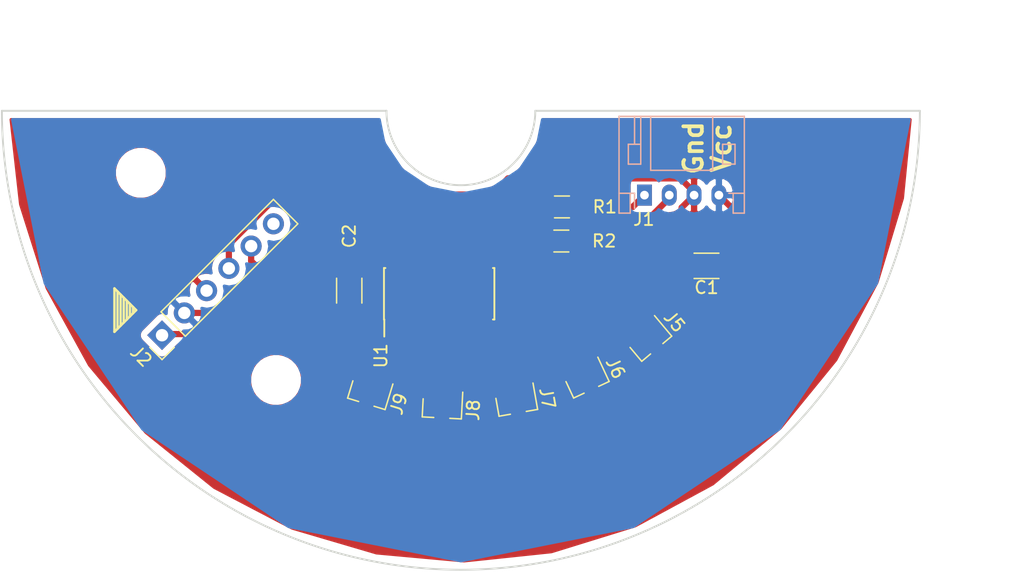
<source format=kicad_pcb>
(kicad_pcb (version 4) (host pcbnew 4.0.6)

  (general
    (links 30)
    (no_connects 0)
    (area 115.924999 68.572847 202.223097 114.102297)
    (thickness 1.6)
    (drawings 62)
    (tracks 107)
    (zones 0)
    (modules 14)
    (nets 20)
  )

  (page A4)
  (layers
    (0 F.Cu signal)
    (31 B.Cu signal)
    (32 B.Adhes user)
    (33 F.Adhes user)
    (34 B.Paste user)
    (35 F.Paste user)
    (36 B.SilkS user)
    (37 F.SilkS user)
    (38 B.Mask user)
    (39 F.Mask user)
    (40 Dwgs.User user)
    (41 Cmts.User user)
    (42 Eco1.User user)
    (43 Eco2.User user)
    (44 Edge.Cuts user)
    (45 Margin user)
    (46 B.CrtYd user)
    (47 F.CrtYd user)
    (48 B.Fab user)
    (49 F.Fab user)
  )

  (setup
    (last_trace_width 0.5)
    (trace_clearance 0.2)
    (zone_clearance 0.508)
    (zone_45_only no)
    (trace_min 0.2)
    (segment_width 0.2)
    (edge_width 0.15)
    (via_size 0.6)
    (via_drill 0.4)
    (via_min_size 0.4)
    (via_min_drill 0.3)
    (uvia_size 0.3)
    (uvia_drill 0.1)
    (uvias_allowed no)
    (uvia_min_size 0.2)
    (uvia_min_drill 0.1)
    (pcb_text_width 0.3)
    (pcb_text_size 1.5 1.5)
    (mod_edge_width 0.15)
    (mod_text_size 1 1)
    (mod_text_width 0.15)
    (pad_size 1.524 1.524)
    (pad_drill 0.762)
    (pad_to_mask_clearance 0.2)
    (aux_axis_origin 153 77)
    (grid_origin 153 77)
    (visible_elements 7FFFFFFF)
    (pcbplotparams
      (layerselection 0x00000_00000001)
      (usegerberextensions false)
      (excludeedgelayer false)
      (linewidth 0.100000)
      (plotframeref false)
      (viasonmask false)
      (mode 1)
      (useauxorigin false)
      (hpglpennumber 1)
      (hpglpenspeed 20)
      (hpglpendiameter 15)
      (hpglpenoverlay 2)
      (psnegative false)
      (psa4output false)
      (plotreference false)
      (plotvalue false)
      (plotinvisibletext false)
      (padsonsilk false)
      (subtractmaskfromsilk false)
      (outputformat 4)
      (mirror true)
      (drillshape 0)
      (scaleselection 1)
      (outputdirectory ""))
  )

  (net 0 "")
  (net 1 GND)
  (net 2 "Net-(J1-Pad2)")
  (net 3 "Net-(J5-Pad2)")
  (net 4 "Net-(J6-Pad2)")
  (net 5 "Net-(U1-Pad2)")
  (net 6 "Net-(U1-Pad3)")
  (net 7 "Net-(U1-Pad5)")
  (net 8 "Net-(U1-Pad11)")
  (net 9 /VDD)
  (net 10 "Net-(J3-Pad1)")
  (net 11 "Net-(J4-Pad1)")
  (net 12 "Net-(J7-Pad2)")
  (net 13 "Net-(J8-Pad2)")
  (net 14 "Net-(J9-Pad2)")
  (net 15 /ICSPDAT)
  (net 16 /ICSPCLK)
  (net 17 /MCLR)
  (net 18 "Net-(J2-Pad6)")
  (net 19 "Net-(J1-Pad1)")

  (net_class Default "This is the default net class."
    (clearance 0.2)
    (trace_width 0.5)
    (via_dia 0.6)
    (via_drill 0.4)
    (uvia_dia 0.3)
    (uvia_drill 0.1)
    (add_net /ICSPCLK)
    (add_net /ICSPDAT)
    (add_net /MCLR)
    (add_net /VDD)
    (add_net GND)
    (add_net "Net-(J1-Pad1)")
    (add_net "Net-(J1-Pad2)")
    (add_net "Net-(J2-Pad6)")
    (add_net "Net-(J3-Pad1)")
    (add_net "Net-(J4-Pad1)")
    (add_net "Net-(J5-Pad2)")
    (add_net "Net-(J6-Pad2)")
    (add_net "Net-(J7-Pad2)")
    (add_net "Net-(J8-Pad2)")
    (add_net "Net-(J9-Pad2)")
    (add_net "Net-(U1-Pad11)")
    (add_net "Net-(U1-Pad2)")
    (add_net "Net-(U1-Pad3)")
    (add_net "Net-(U1-Pad5)")
  )

  (module Capacitors_SMD:C_1206_HandSoldering (layer F.Cu) (tedit 58AA84D1) (tstamp 5AB3D48A)
    (at 172.8 89.5 180)
    (descr "Capacitor SMD 1206, hand soldering")
    (tags "capacitor 1206")
    (path /5AB13FD2)
    (attr smd)
    (fp_text reference C1 (at 0 -1.75 180) (layer F.SilkS)
      (effects (font (size 1 1) (thickness 0.15)))
    )
    (fp_text value 100n (at 0 2 180) (layer F.Fab)
      (effects (font (size 1 1) (thickness 0.15)))
    )
    (fp_text user %R (at 0 -1.75 180) (layer F.Fab)
      (effects (font (size 1 1) (thickness 0.15)))
    )
    (fp_line (start -1.6 0.8) (end -1.6 -0.8) (layer F.Fab) (width 0.1))
    (fp_line (start 1.6 0.8) (end -1.6 0.8) (layer F.Fab) (width 0.1))
    (fp_line (start 1.6 -0.8) (end 1.6 0.8) (layer F.Fab) (width 0.1))
    (fp_line (start -1.6 -0.8) (end 1.6 -0.8) (layer F.Fab) (width 0.1))
    (fp_line (start 1 -1.02) (end -1 -1.02) (layer F.SilkS) (width 0.12))
    (fp_line (start -1 1.02) (end 1 1.02) (layer F.SilkS) (width 0.12))
    (fp_line (start -3.25 -1.05) (end 3.25 -1.05) (layer F.CrtYd) (width 0.05))
    (fp_line (start -3.25 -1.05) (end -3.25 1.05) (layer F.CrtYd) (width 0.05))
    (fp_line (start 3.25 1.05) (end 3.25 -1.05) (layer F.CrtYd) (width 0.05))
    (fp_line (start 3.25 1.05) (end -3.25 1.05) (layer F.CrtYd) (width 0.05))
    (pad 1 smd rect (at -2 0 180) (size 2 1.6) (layers F.Cu F.Paste F.Mask)
      (net 9 /VDD))
    (pad 2 smd rect (at 2 0 180) (size 2 1.6) (layers F.Cu F.Paste F.Mask)
      (net 1 GND))
    (model Capacitors_SMD.3dshapes/C_1206.wrl
      (at (xyz 0 0 0))
      (scale (xyz 1 1 1))
      (rotate (xyz 0 0 0))
    )
  )

  (module Capacitors_SMD:C_1206_HandSoldering (layer F.Cu) (tedit 58AA84D1) (tstamp 5AB3D49B)
    (at 144 91.5 90)
    (descr "Capacitor SMD 1206, hand soldering")
    (tags "capacitor 1206")
    (path /5AB14B68)
    (attr smd)
    (fp_text reference C2 (at 4.4 0 90) (layer F.SilkS)
      (effects (font (size 1 1) (thickness 0.15)))
    )
    (fp_text value 100n (at 0.1 0 90) (layer F.Fab)
      (effects (font (size 1 1) (thickness 0.15)))
    )
    (fp_text user %R (at 4.4 0 90) (layer F.Fab)
      (effects (font (size 1 1) (thickness 0.15)))
    )
    (fp_line (start -1.6 0.8) (end -1.6 -0.8) (layer F.Fab) (width 0.1))
    (fp_line (start 1.6 0.8) (end -1.6 0.8) (layer F.Fab) (width 0.1))
    (fp_line (start 1.6 -0.8) (end 1.6 0.8) (layer F.Fab) (width 0.1))
    (fp_line (start -1.6 -0.8) (end 1.6 -0.8) (layer F.Fab) (width 0.1))
    (fp_line (start 1 -1.02) (end -1 -1.02) (layer F.SilkS) (width 0.12))
    (fp_line (start -1 1.02) (end 1 1.02) (layer F.SilkS) (width 0.12))
    (fp_line (start -3.25 -1.05) (end 3.25 -1.05) (layer F.CrtYd) (width 0.05))
    (fp_line (start -3.25 -1.05) (end -3.25 1.05) (layer F.CrtYd) (width 0.05))
    (fp_line (start 3.25 1.05) (end 3.25 -1.05) (layer F.CrtYd) (width 0.05))
    (fp_line (start 3.25 1.05) (end -3.25 1.05) (layer F.CrtYd) (width 0.05))
    (pad 1 smd rect (at -2 0 90) (size 2 1.6) (layers F.Cu F.Paste F.Mask)
      (net 9 /VDD))
    (pad 2 smd rect (at 2 0 90) (size 2 1.6) (layers F.Cu F.Paste F.Mask)
      (net 1 GND))
    (model Capacitors_SMD.3dshapes/C_1206.wrl
      (at (xyz 0 0 0))
      (scale (xyz 1 1 1))
      (rotate (xyz 0 0 0))
    )
  )

  (module Connectors_JST:JST_PH_S4B-PH-K_04x2.00mm_Angled (layer B.Cu) (tedit 58A42BED) (tstamp 5AB3D4F6)
    (at 167.8 83.8)
    (descr "JST PH series connector, S4B-PH-K, side entry type, through hole, Datasheet: http://www.jst-mfg.com/product/pdf/eng/ePH.pdf")
    (tags "connector jst ph")
    (path /5AB13D9A)
    (fp_text reference J1 (at -0.05 1.95) (layer F.SilkS)
      (effects (font (size 1 1) (thickness 0.15)))
    )
    (fp_text value PWR_OUT (at 9.2 -2.3 270) (layer F.Fab)
      (effects (font (size 1 1) (thickness 0.15)))
    )
    (fp_line (start 0.5 -6.35) (end 0.5 -2) (layer B.SilkS) (width 0.12))
    (fp_line (start 0.5 -2) (end 5.5 -2) (layer B.SilkS) (width 0.12))
    (fp_line (start 5.5 -2) (end 5.5 -6.35) (layer B.SilkS) (width 0.12))
    (fp_line (start -0.8 -0.15) (end -1.15 -0.15) (layer B.SilkS) (width 0.12))
    (fp_line (start -1.15 -0.15) (end -1.15 1.45) (layer B.SilkS) (width 0.12))
    (fp_line (start -1.15 1.45) (end -2.05 1.45) (layer B.SilkS) (width 0.12))
    (fp_line (start -2.05 1.45) (end -2.05 -6.35) (layer B.SilkS) (width 0.12))
    (fp_line (start -2.05 -6.35) (end 8.05 -6.35) (layer B.SilkS) (width 0.12))
    (fp_line (start 8.05 -6.35) (end 8.05 1.45) (layer B.SilkS) (width 0.12))
    (fp_line (start 8.05 1.45) (end 7.15 1.45) (layer B.SilkS) (width 0.12))
    (fp_line (start 7.15 1.45) (end 7.15 -0.15) (layer B.SilkS) (width 0.12))
    (fp_line (start 7.15 -0.15) (end 6.8 -0.15) (layer B.SilkS) (width 0.12))
    (fp_line (start -2.05 -0.15) (end -1.15 -0.15) (layer B.SilkS) (width 0.12))
    (fp_line (start 8.05 -0.15) (end 7.15 -0.15) (layer B.SilkS) (width 0.12))
    (fp_line (start -1.3 -2.5) (end -1.3 -4.1) (layer B.SilkS) (width 0.12))
    (fp_line (start -1.3 -4.1) (end -0.3 -4.1) (layer B.SilkS) (width 0.12))
    (fp_line (start -0.3 -4.1) (end -0.3 -2.5) (layer B.SilkS) (width 0.12))
    (fp_line (start -0.3 -2.5) (end -1.3 -2.5) (layer B.SilkS) (width 0.12))
    (fp_line (start 7.3 -2.5) (end 7.3 -4.1) (layer B.SilkS) (width 0.12))
    (fp_line (start 7.3 -4.1) (end 6.3 -4.1) (layer B.SilkS) (width 0.12))
    (fp_line (start 6.3 -4.1) (end 6.3 -2.5) (layer B.SilkS) (width 0.12))
    (fp_line (start 6.3 -2.5) (end 7.3 -2.5) (layer B.SilkS) (width 0.12))
    (fp_line (start -0.3 -4.1) (end -0.3 -6.35) (layer B.SilkS) (width 0.12))
    (fp_line (start -0.8 -4.1) (end -0.8 -6.35) (layer B.SilkS) (width 0.12))
    (fp_line (start -2.45 1.85) (end -2.45 -6.75) (layer B.CrtYd) (width 0.05))
    (fp_line (start -2.45 -6.75) (end 8.45 -6.75) (layer B.CrtYd) (width 0.05))
    (fp_line (start 8.45 -6.75) (end 8.45 1.85) (layer B.CrtYd) (width 0.05))
    (fp_line (start 8.45 1.85) (end -2.45 1.85) (layer B.CrtYd) (width 0.05))
    (fp_line (start -1.25 -0.25) (end -1.25 1.35) (layer B.Fab) (width 0.1))
    (fp_line (start -1.25 1.35) (end -1.95 1.35) (layer B.Fab) (width 0.1))
    (fp_line (start -1.95 1.35) (end -1.95 -6.25) (layer B.Fab) (width 0.1))
    (fp_line (start -1.95 -6.25) (end 7.95 -6.25) (layer B.Fab) (width 0.1))
    (fp_line (start 7.95 -6.25) (end 7.95 1.35) (layer B.Fab) (width 0.1))
    (fp_line (start 7.95 1.35) (end 7.25 1.35) (layer B.Fab) (width 0.1))
    (fp_line (start 7.25 1.35) (end 7.25 -0.25) (layer B.Fab) (width 0.1))
    (fp_line (start 7.25 -0.25) (end -1.25 -0.25) (layer B.Fab) (width 0.1))
    (fp_line (start -0.8 -0.15) (end -0.8 1.05) (layer B.SilkS) (width 0.12))
    (fp_line (start 0 -0.85) (end -0.5 -1.35) (layer B.Fab) (width 0.1))
    (fp_line (start -0.5 -1.35) (end 0.5 -1.35) (layer B.Fab) (width 0.1))
    (fp_line (start 0.5 -1.35) (end 0 -0.85) (layer B.Fab) (width 0.1))
    (fp_text user %R (at -0.05 1.95 180) (layer F.Fab)
      (effects (font (size 1 1) (thickness 0.15)))
    )
    (pad 1 thru_hole rect (at 0 0) (size 1.2 1.7) (drill 0.7) (layers *.Cu *.Mask)
      (net 19 "Net-(J1-Pad1)"))
    (pad 2 thru_hole oval (at 2 0) (size 1.2 1.7) (drill 0.7) (layers *.Cu *.Mask)
      (net 2 "Net-(J1-Pad2)"))
    (pad 3 thru_hole oval (at 4 0) (size 1.2 1.7) (drill 0.7) (layers *.Cu *.Mask)
      (net 1 GND))
    (pad 4 thru_hole oval (at 6 0) (size 1.2 1.7) (drill 0.7) (layers *.Cu *.Mask)
      (net 9 /VDD))
    (model Connectors_JST.3dshapes/JST_PH_S4B-PH-K_04x2.00mm_Angled.wrl
      (at (xyz 0 0 0))
      (scale (xyz 1 1 1))
      (rotate (xyz 0 0 0))
    )
  )

  (module Resistors_SMD:R_0805_HandSoldering (layer F.Cu) (tedit 58AADA1D) (tstamp 5AB3D546)
    (at 161.15 84.75)
    (descr "Resistor SMD 0805, hand soldering")
    (tags "resistor 0805")
    (path /5AB140CC)
    (attr smd)
    (fp_text reference R1 (at 3.45 0) (layer F.SilkS)
      (effects (font (size 1 1) (thickness 0.15)))
    )
    (fp_text value 33 (at 0 0.1) (layer F.Fab)
      (effects (font (size 1 1) (thickness 0.15)))
    )
    (fp_text user %R (at 3.45 0) (layer F.Fab)
      (effects (font (size 1 1) (thickness 0.15)))
    )
    (fp_line (start -1 0.62) (end -1 -0.62) (layer F.Fab) (width 0.1))
    (fp_line (start 1 0.62) (end -1 0.62) (layer F.Fab) (width 0.1))
    (fp_line (start 1 -0.62) (end 1 0.62) (layer F.Fab) (width 0.1))
    (fp_line (start -1 -0.62) (end 1 -0.62) (layer F.Fab) (width 0.1))
    (fp_line (start 0.6 0.88) (end -0.6 0.88) (layer F.SilkS) (width 0.12))
    (fp_line (start -0.6 -0.88) (end 0.6 -0.88) (layer F.SilkS) (width 0.12))
    (fp_line (start -2.35 -0.9) (end 2.35 -0.9) (layer F.CrtYd) (width 0.05))
    (fp_line (start -2.35 -0.9) (end -2.35 0.9) (layer F.CrtYd) (width 0.05))
    (fp_line (start 2.35 0.9) (end 2.35 -0.9) (layer F.CrtYd) (width 0.05))
    (fp_line (start 2.35 0.9) (end -2.35 0.9) (layer F.CrtYd) (width 0.05))
    (pad 1 smd rect (at -1.35 0) (size 1.5 1.3) (layers F.Cu F.Paste F.Mask)
      (net 15 /ICSPDAT))
    (pad 2 smd rect (at 1.35 0) (size 1.5 1.3) (layers F.Cu F.Paste F.Mask)
      (net 19 "Net-(J1-Pad1)"))
    (model Resistors_SMD.3dshapes/R_0805.wrl
      (at (xyz 0 0 0))
      (scale (xyz 1 1 1))
      (rotate (xyz 0 0 0))
    )
  )

  (module Resistors_SMD:R_0805_HandSoldering (layer F.Cu) (tedit 58AADA1D) (tstamp 5AB3D557)
    (at 161.1 87.5)
    (descr "Resistor SMD 0805, hand soldering")
    (tags "resistor 0805")
    (path /5AB141F7)
    (attr smd)
    (fp_text reference R2 (at 3.45 0) (layer F.SilkS)
      (effects (font (size 1 1) (thickness 0.15)))
    )
    (fp_text value 33 (at 0 0.1) (layer F.Fab)
      (effects (font (size 1 1) (thickness 0.15)))
    )
    (fp_text user %R (at 3.45 0) (layer F.Fab)
      (effects (font (size 1 1) (thickness 0.15)))
    )
    (fp_line (start -1 0.62) (end -1 -0.62) (layer F.Fab) (width 0.1))
    (fp_line (start 1 0.62) (end -1 0.62) (layer F.Fab) (width 0.1))
    (fp_line (start 1 -0.62) (end 1 0.62) (layer F.Fab) (width 0.1))
    (fp_line (start -1 -0.62) (end 1 -0.62) (layer F.Fab) (width 0.1))
    (fp_line (start 0.6 0.88) (end -0.6 0.88) (layer F.SilkS) (width 0.12))
    (fp_line (start -0.6 -0.88) (end 0.6 -0.88) (layer F.SilkS) (width 0.12))
    (fp_line (start -2.35 -0.9) (end 2.35 -0.9) (layer F.CrtYd) (width 0.05))
    (fp_line (start -2.35 -0.9) (end -2.35 0.9) (layer F.CrtYd) (width 0.05))
    (fp_line (start 2.35 0.9) (end 2.35 -0.9) (layer F.CrtYd) (width 0.05))
    (fp_line (start 2.35 0.9) (end -2.35 0.9) (layer F.CrtYd) (width 0.05))
    (pad 1 smd rect (at -1.35 0) (size 1.5 1.3) (layers F.Cu F.Paste F.Mask)
      (net 16 /ICSPCLK))
    (pad 2 smd rect (at 1.35 0) (size 1.5 1.3) (layers F.Cu F.Paste F.Mask)
      (net 2 "Net-(J1-Pad2)"))
    (model Resistors_SMD.3dshapes/R_0805.wrl
      (at (xyz 0 0 0))
      (scale (xyz 1 1 1))
      (rotate (xyz 0 0 0))
    )
  )

  (module Housings_SOIC:SOIC-14_3.9x8.7mm_Pitch1.27mm (layer F.Cu) (tedit 574D9791) (tstamp 5AB3D579)
    (at 151.25 91.75 90)
    (descr "14-Lead Plastic Small Outline (SL) - Narrow, 3.90 mm Body [SOIC] (see Microchip Packaging Specification 00000049BS.pdf)")
    (tags "SOIC 1.27")
    (path /5AB13F7F)
    (attr smd)
    (fp_text reference U1 (at -5 -4.7 90) (layer F.SilkS)
      (effects (font (size 1 1) (thickness 0.15)))
    )
    (fp_text value "PIC16(L)F1503-I/SL" (at 0.1 1.1 270) (layer F.Fab)
      (effects (font (size 1 1) (thickness 0.15)))
    )
    (fp_line (start -0.95 -4.35) (end 1.95 -4.35) (layer F.Fab) (width 0.15))
    (fp_line (start 1.95 -4.35) (end 1.95 4.35) (layer F.Fab) (width 0.15))
    (fp_line (start 1.95 4.35) (end -1.95 4.35) (layer F.Fab) (width 0.15))
    (fp_line (start -1.95 4.35) (end -1.95 -3.35) (layer F.Fab) (width 0.15))
    (fp_line (start -1.95 -3.35) (end -0.95 -4.35) (layer F.Fab) (width 0.15))
    (fp_line (start -3.7 -4.65) (end -3.7 4.65) (layer F.CrtYd) (width 0.05))
    (fp_line (start 3.7 -4.65) (end 3.7 4.65) (layer F.CrtYd) (width 0.05))
    (fp_line (start -3.7 -4.65) (end 3.7 -4.65) (layer F.CrtYd) (width 0.05))
    (fp_line (start -3.7 4.65) (end 3.7 4.65) (layer F.CrtYd) (width 0.05))
    (fp_line (start -2.075 -4.45) (end -2.075 -4.425) (layer F.SilkS) (width 0.15))
    (fp_line (start 2.075 -4.45) (end 2.075 -4.335) (layer F.SilkS) (width 0.15))
    (fp_line (start 2.075 4.45) (end 2.075 4.335) (layer F.SilkS) (width 0.15))
    (fp_line (start -2.075 4.45) (end -2.075 4.335) (layer F.SilkS) (width 0.15))
    (fp_line (start -2.075 -4.45) (end 2.075 -4.45) (layer F.SilkS) (width 0.15))
    (fp_line (start -2.075 4.45) (end 2.075 4.45) (layer F.SilkS) (width 0.15))
    (fp_line (start -2.075 -4.425) (end -3.45 -4.425) (layer F.SilkS) (width 0.15))
    (pad 1 smd rect (at -2.7 -3.81 90) (size 1.5 0.6) (layers F.Cu F.Paste F.Mask)
      (net 9 /VDD))
    (pad 2 smd rect (at -2.7 -2.54 90) (size 1.5 0.6) (layers F.Cu F.Paste F.Mask)
      (net 5 "Net-(U1-Pad2)"))
    (pad 3 smd rect (at -2.7 -1.27 90) (size 1.5 0.6) (layers F.Cu F.Paste F.Mask)
      (net 6 "Net-(U1-Pad3)"))
    (pad 4 smd rect (at -2.7 0 90) (size 1.5 0.6) (layers F.Cu F.Paste F.Mask)
      (net 17 /MCLR))
    (pad 5 smd rect (at -2.7 1.27 90) (size 1.5 0.6) (layers F.Cu F.Paste F.Mask)
      (net 7 "Net-(U1-Pad5)"))
    (pad 6 smd rect (at -2.7 2.54 90) (size 1.5 0.6) (layers F.Cu F.Paste F.Mask)
      (net 14 "Net-(J9-Pad2)"))
    (pad 7 smd rect (at -2.7 3.81 90) (size 1.5 0.6) (layers F.Cu F.Paste F.Mask)
      (net 13 "Net-(J8-Pad2)"))
    (pad 8 smd rect (at 2.7 3.81 90) (size 1.5 0.6) (layers F.Cu F.Paste F.Mask)
      (net 12 "Net-(J7-Pad2)"))
    (pad 9 smd rect (at 2.7 2.54 90) (size 1.5 0.6) (layers F.Cu F.Paste F.Mask)
      (net 4 "Net-(J6-Pad2)"))
    (pad 10 smd rect (at 2.7 1.27 90) (size 1.5 0.6) (layers F.Cu F.Paste F.Mask)
      (net 3 "Net-(J5-Pad2)"))
    (pad 11 smd rect (at 2.7 0 90) (size 1.5 0.6) (layers F.Cu F.Paste F.Mask)
      (net 8 "Net-(U1-Pad11)"))
    (pad 12 smd rect (at 2.7 -1.27 90) (size 1.5 0.6) (layers F.Cu F.Paste F.Mask)
      (net 16 /ICSPCLK))
    (pad 13 smd rect (at 2.7 -2.54 90) (size 1.5 0.6) (layers F.Cu F.Paste F.Mask)
      (net 15 /ICSPDAT))
    (pad 14 smd rect (at 2.7 -3.81 90) (size 1.5 0.6) (layers F.Cu F.Paste F.Mask)
      (net 1 GND))
    (model Housings_SOIC.3dshapes/SOIC-14_3.9x8.7mm_Pitch1.27mm.wrl
      (at (xyz 0 0 0))
      (scale (xyz 1 1 1))
      (rotate (xyz 0 0 0))
    )
  )

  (module Mounting_Holes:MountingHole_3mm (layer F.Cu) (tedit 5AB14B21) (tstamp 5AB3E1E8)
    (at 127.2 82)
    (descr "Mounting Hole 3mm, no annular")
    (tags "mounting hole 3mm no annular")
    (path /5AB14E66)
    (fp_text reference J3 (at 0 -4) (layer F.SilkS) hide
      (effects (font (size 1 1) (thickness 0.15)))
    )
    (fp_text value HOLE (at 0 4) (layer F.Fab)
      (effects (font (size 1 1) (thickness 0.15)))
    )
    (fp_circle (center 0 0) (end 3 0) (layer Cmts.User) (width 0.15))
    (fp_circle (center 0 0) (end 3.25 0) (layer F.CrtYd) (width 0.05))
    (pad 1 np_thru_hole circle (at 0 0) (size 3 3) (drill 3) (layers *.Cu *.Mask)
      (net 10 "Net-(J3-Pad1)"))
  )

  (module Mounting_Holes:MountingHole_3mm (layer F.Cu) (tedit 5AB14B24) (tstamp 5AB3E1ED)
    (at 138.1 98.7)
    (descr "Mounting Hole 3mm, no annular")
    (tags "mounting hole 3mm no annular")
    (path /5AB14F41)
    (fp_text reference J4 (at 0 -4) (layer F.SilkS) hide
      (effects (font (size 1 1) (thickness 0.15)))
    )
    (fp_text value HOLE (at 0 4) (layer F.Fab)
      (effects (font (size 1 1) (thickness 0.15)))
    )
    (fp_circle (center 0 0) (end 3 0) (layer Cmts.User) (width 0.15))
    (fp_circle (center 0 0) (end 3.25 0) (layer F.CrtYd) (width 0.05))
    (pad 1 np_thru_hole circle (at 0 0) (size 3 3) (drill 3) (layers *.Cu *.Mask)
      (net 11 "Net-(J4-Pad1)"))
  )

  (module TO_SOT_Packages_SMD:SOT-23 (layer F.Cu) (tedit 5883B105) (tstamp 5AB2BD61)
    (at 168.3 95.6 310)
    (descr "SOT-23, Standard")
    (tags SOT-23)
    (path /5AB14355)
    (attr smd)
    (fp_text reference J5 (at 0 -2.5 310) (layer F.SilkS)
      (effects (font (size 1 1) (thickness 0.15)))
    )
    (fp_text value TLI4961 (at 0 2.5 310) (layer F.Fab)
      (effects (font (size 1 1) (thickness 0.15)))
    )
    (fp_line (start -0.7 -0.95) (end -0.7 1.5) (layer F.Fab) (width 0.1))
    (fp_line (start -0.15 -1.52) (end 0.7 -1.52) (layer F.Fab) (width 0.1))
    (fp_line (start -0.7 -0.95) (end -0.15 -1.52) (layer F.Fab) (width 0.1))
    (fp_line (start 0.7 -1.52) (end 0.7 1.52) (layer F.Fab) (width 0.1))
    (fp_line (start -0.7 1.52) (end 0.7 1.52) (layer F.Fab) (width 0.1))
    (fp_line (start 0.76 1.58) (end 0.76 0.65) (layer F.SilkS) (width 0.12))
    (fp_line (start 0.76 -1.58) (end 0.76 -0.65) (layer F.SilkS) (width 0.12))
    (fp_line (start -1.7 -1.75) (end 1.7 -1.75) (layer F.CrtYd) (width 0.05))
    (fp_line (start 1.7 -1.75) (end 1.7 1.75) (layer F.CrtYd) (width 0.05))
    (fp_line (start 1.7 1.75) (end -1.7 1.75) (layer F.CrtYd) (width 0.05))
    (fp_line (start -1.7 1.75) (end -1.7 -1.75) (layer F.CrtYd) (width 0.05))
    (fp_line (start 0.76 -1.58) (end -1.4 -1.58) (layer F.SilkS) (width 0.12))
    (fp_line (start 0.76 1.58) (end -0.7 1.58) (layer F.SilkS) (width 0.12))
    (pad 1 smd rect (at -1 -0.95 310) (size 0.9 0.8) (layers F.Cu F.Paste F.Mask)
      (net 9 /VDD))
    (pad 2 smd rect (at -1 0.95 310) (size 0.9 0.8) (layers F.Cu F.Paste F.Mask)
      (net 3 "Net-(J5-Pad2)"))
    (pad 3 smd rect (at 1 0 310) (size 0.9 0.8) (layers F.Cu F.Paste F.Mask)
      (net 1 GND))
    (model TO_SOT_Packages_SMD.3dshapes/SOT-23.wrl
      (at (xyz 0 0 0))
      (scale (xyz 1 1 1))
      (rotate (xyz 0 0 90))
    )
  )

  (module TO_SOT_Packages_SMD:SOT-23 (layer F.Cu) (tedit 5883B105) (tstamp 5AB2BD87)
    (at 163.2 98.8 295)
    (descr "SOT-23, Standard")
    (tags SOT-23)
    (path /5AB2B012)
    (attr smd)
    (fp_text reference J6 (at 0 -2.5 295) (layer F.SilkS)
      (effects (font (size 1 1) (thickness 0.15)))
    )
    (fp_text value TLI4961 (at 0 2.5 295) (layer F.Fab)
      (effects (font (size 1 1) (thickness 0.15)))
    )
    (fp_line (start -0.7 -0.95) (end -0.7 1.5) (layer F.Fab) (width 0.1))
    (fp_line (start -0.15 -1.52) (end 0.7 -1.52) (layer F.Fab) (width 0.1))
    (fp_line (start -0.7 -0.95) (end -0.15 -1.52) (layer F.Fab) (width 0.1))
    (fp_line (start 0.7 -1.52) (end 0.7 1.52) (layer F.Fab) (width 0.1))
    (fp_line (start -0.7 1.52) (end 0.7 1.52) (layer F.Fab) (width 0.1))
    (fp_line (start 0.76 1.58) (end 0.76 0.65) (layer F.SilkS) (width 0.12))
    (fp_line (start 0.76 -1.58) (end 0.76 -0.65) (layer F.SilkS) (width 0.12))
    (fp_line (start -1.7 -1.75) (end 1.7 -1.75) (layer F.CrtYd) (width 0.05))
    (fp_line (start 1.7 -1.75) (end 1.7 1.75) (layer F.CrtYd) (width 0.05))
    (fp_line (start 1.7 1.75) (end -1.7 1.75) (layer F.CrtYd) (width 0.05))
    (fp_line (start -1.7 1.75) (end -1.7 -1.75) (layer F.CrtYd) (width 0.05))
    (fp_line (start 0.76 -1.58) (end -1.4 -1.58) (layer F.SilkS) (width 0.12))
    (fp_line (start 0.76 1.58) (end -0.7 1.58) (layer F.SilkS) (width 0.12))
    (pad 1 smd rect (at -1 -0.95 295) (size 0.9 0.8) (layers F.Cu F.Paste F.Mask)
      (net 9 /VDD))
    (pad 2 smd rect (at -1 0.95 295) (size 0.9 0.8) (layers F.Cu F.Paste F.Mask)
      (net 4 "Net-(J6-Pad2)"))
    (pad 3 smd rect (at 1 0 295) (size 0.9 0.8) (layers F.Cu F.Paste F.Mask)
      (net 1 GND))
    (model TO_SOT_Packages_SMD.3dshapes/SOT-23.wrl
      (at (xyz 0 0 0))
      (scale (xyz 1 1 1))
      (rotate (xyz 0 0 90))
    )
  )

  (module TO_SOT_Packages_SMD:SOT-23 (layer F.Cu) (tedit 5883B105) (tstamp 5AB2BD9B)
    (at 157.5 100.6 280)
    (descr "SOT-23, Standard")
    (tags SOT-23)
    (path /5AB2B04B)
    (attr smd)
    (fp_text reference J7 (at 0 -2.5 280) (layer F.SilkS)
      (effects (font (size 1 1) (thickness 0.15)))
    )
    (fp_text value TLI4961 (at 0 2.5 280) (layer F.Fab)
      (effects (font (size 1 1) (thickness 0.15)))
    )
    (fp_line (start -0.7 -0.95) (end -0.7 1.5) (layer F.Fab) (width 0.1))
    (fp_line (start -0.15 -1.52) (end 0.7 -1.52) (layer F.Fab) (width 0.1))
    (fp_line (start -0.7 -0.95) (end -0.15 -1.52) (layer F.Fab) (width 0.1))
    (fp_line (start 0.7 -1.52) (end 0.7 1.52) (layer F.Fab) (width 0.1))
    (fp_line (start -0.7 1.52) (end 0.7 1.52) (layer F.Fab) (width 0.1))
    (fp_line (start 0.76 1.58) (end 0.76 0.65) (layer F.SilkS) (width 0.12))
    (fp_line (start 0.76 -1.58) (end 0.76 -0.65) (layer F.SilkS) (width 0.12))
    (fp_line (start -1.7 -1.75) (end 1.7 -1.75) (layer F.CrtYd) (width 0.05))
    (fp_line (start 1.7 -1.75) (end 1.7 1.75) (layer F.CrtYd) (width 0.05))
    (fp_line (start 1.7 1.75) (end -1.7 1.75) (layer F.CrtYd) (width 0.05))
    (fp_line (start -1.7 1.75) (end -1.7 -1.75) (layer F.CrtYd) (width 0.05))
    (fp_line (start 0.76 -1.58) (end -1.4 -1.58) (layer F.SilkS) (width 0.12))
    (fp_line (start 0.76 1.58) (end -0.7 1.58) (layer F.SilkS) (width 0.12))
    (pad 1 smd rect (at -1 -0.95 280) (size 0.9 0.8) (layers F.Cu F.Paste F.Mask)
      (net 9 /VDD))
    (pad 2 smd rect (at -1 0.95 280) (size 0.9 0.8) (layers F.Cu F.Paste F.Mask)
      (net 12 "Net-(J7-Pad2)"))
    (pad 3 smd rect (at 1 0 280) (size 0.9 0.8) (layers F.Cu F.Paste F.Mask)
      (net 1 GND))
    (model TO_SOT_Packages_SMD.3dshapes/SOT-23.wrl
      (at (xyz 0 0 0))
      (scale (xyz 1 1 1))
      (rotate (xyz 0 0 90))
    )
  )

  (module TO_SOT_Packages_SMD:SOT-23 (layer F.Cu) (tedit 5883B105) (tstamp 5AB2BDAF)
    (at 151.5 101 267)
    (descr "SOT-23, Standard")
    (tags SOT-23)
    (path /5AB2B085)
    (attr smd)
    (fp_text reference J8 (at 0 -2.5 267) (layer F.SilkS)
      (effects (font (size 1 1) (thickness 0.15)))
    )
    (fp_text value TLI4961 (at 0 2.5 267) (layer F.Fab)
      (effects (font (size 1 1) (thickness 0.15)))
    )
    (fp_line (start -0.7 -0.95) (end -0.7 1.5) (layer F.Fab) (width 0.1))
    (fp_line (start -0.15 -1.52) (end 0.7 -1.52) (layer F.Fab) (width 0.1))
    (fp_line (start -0.7 -0.95) (end -0.15 -1.52) (layer F.Fab) (width 0.1))
    (fp_line (start 0.7 -1.52) (end 0.7 1.52) (layer F.Fab) (width 0.1))
    (fp_line (start -0.7 1.52) (end 0.7 1.52) (layer F.Fab) (width 0.1))
    (fp_line (start 0.76 1.58) (end 0.76 0.65) (layer F.SilkS) (width 0.12))
    (fp_line (start 0.76 -1.58) (end 0.76 -0.65) (layer F.SilkS) (width 0.12))
    (fp_line (start -1.7 -1.75) (end 1.7 -1.75) (layer F.CrtYd) (width 0.05))
    (fp_line (start 1.7 -1.75) (end 1.7 1.75) (layer F.CrtYd) (width 0.05))
    (fp_line (start 1.7 1.75) (end -1.7 1.75) (layer F.CrtYd) (width 0.05))
    (fp_line (start -1.7 1.75) (end -1.7 -1.75) (layer F.CrtYd) (width 0.05))
    (fp_line (start 0.76 -1.58) (end -1.4 -1.58) (layer F.SilkS) (width 0.12))
    (fp_line (start 0.76 1.58) (end -0.7 1.58) (layer F.SilkS) (width 0.12))
    (pad 1 smd rect (at -1 -0.95 267) (size 0.9 0.8) (layers F.Cu F.Paste F.Mask)
      (net 9 /VDD))
    (pad 2 smd rect (at -1 0.95 267) (size 0.9 0.8) (layers F.Cu F.Paste F.Mask)
      (net 13 "Net-(J8-Pad2)"))
    (pad 3 smd rect (at 1 0 267) (size 0.9 0.8) (layers F.Cu F.Paste F.Mask)
      (net 1 GND))
    (model TO_SOT_Packages_SMD.3dshapes/SOT-23.wrl
      (at (xyz 0 0 0))
      (scale (xyz 1 1 1))
      (rotate (xyz 0 0 90))
    )
  )

  (module TO_SOT_Packages_SMD:SOT-23 (layer F.Cu) (tedit 5883B105) (tstamp 5AB2BDC3)
    (at 145.6 99.9 253)
    (descr "SOT-23, Standard")
    (tags SOT-23)
    (path /5AB2B0C8)
    (attr smd)
    (fp_text reference J9 (at 0 -2.5 253) (layer F.SilkS)
      (effects (font (size 1 1) (thickness 0.15)))
    )
    (fp_text value TLI4961 (at 0 2.5 253) (layer F.Fab)
      (effects (font (size 1 1) (thickness 0.15)))
    )
    (fp_line (start -0.7 -0.95) (end -0.7 1.5) (layer F.Fab) (width 0.1))
    (fp_line (start -0.15 -1.52) (end 0.7 -1.52) (layer F.Fab) (width 0.1))
    (fp_line (start -0.7 -0.95) (end -0.15 -1.52) (layer F.Fab) (width 0.1))
    (fp_line (start 0.7 -1.52) (end 0.7 1.52) (layer F.Fab) (width 0.1))
    (fp_line (start -0.7 1.52) (end 0.7 1.52) (layer F.Fab) (width 0.1))
    (fp_line (start 0.76 1.58) (end 0.76 0.65) (layer F.SilkS) (width 0.12))
    (fp_line (start 0.76 -1.58) (end 0.76 -0.65) (layer F.SilkS) (width 0.12))
    (fp_line (start -1.7 -1.75) (end 1.7 -1.75) (layer F.CrtYd) (width 0.05))
    (fp_line (start 1.7 -1.75) (end 1.7 1.75) (layer F.CrtYd) (width 0.05))
    (fp_line (start 1.7 1.75) (end -1.7 1.75) (layer F.CrtYd) (width 0.05))
    (fp_line (start -1.7 1.75) (end -1.7 -1.75) (layer F.CrtYd) (width 0.05))
    (fp_line (start 0.76 -1.58) (end -1.4 -1.58) (layer F.SilkS) (width 0.12))
    (fp_line (start 0.76 1.58) (end -0.7 1.58) (layer F.SilkS) (width 0.12))
    (pad 1 smd rect (at -1 -0.95 253) (size 0.9 0.8) (layers F.Cu F.Paste F.Mask)
      (net 9 /VDD))
    (pad 2 smd rect (at -1 0.95 253) (size 0.9 0.8) (layers F.Cu F.Paste F.Mask)
      (net 14 "Net-(J9-Pad2)"))
    (pad 3 smd rect (at 1 0 253) (size 0.9 0.8) (layers F.Cu F.Paste F.Mask)
      (net 1 GND))
    (model TO_SOT_Packages_SMD.3dshapes/SOT-23.wrl
      (at (xyz 0 0 0))
      (scale (xyz 1 1 1))
      (rotate (xyz 0 0 90))
    )
  )

  (module Pin_Headers:Pin_Header_Straight_1x06_Pitch2.54mm (layer F.Cu) (tedit 5862ED52) (tstamp 5AB7D747)
    (at 128.907898 95.092102 135)
    (descr "Through hole straight pin header, 1x06, 2.54mm pitch, single row")
    (tags "Through hole pin header THT 1x06 2.54mm single row")
    (path /5AB2AD99)
    (fp_text reference J2 (at 0 -2.39 135) (layer F.SilkS)
      (effects (font (size 1 1) (thickness 0.15)))
    )
    (fp_text value PROG (at 0 15.09 135) (layer F.Fab)
      (effects (font (size 1 1) (thickness 0.15)))
    )
    (fp_line (start -1.27 -1.27) (end -1.27 13.97) (layer F.Fab) (width 0.1))
    (fp_line (start -1.27 13.97) (end 1.27 13.97) (layer F.Fab) (width 0.1))
    (fp_line (start 1.27 13.97) (end 1.27 -1.27) (layer F.Fab) (width 0.1))
    (fp_line (start 1.27 -1.27) (end -1.27 -1.27) (layer F.Fab) (width 0.1))
    (fp_line (start -1.39 1.27) (end -1.39 14.09) (layer F.SilkS) (width 0.12))
    (fp_line (start -1.39 14.09) (end 1.39 14.09) (layer F.SilkS) (width 0.12))
    (fp_line (start 1.39 14.09) (end 1.39 1.27) (layer F.SilkS) (width 0.12))
    (fp_line (start 1.39 1.27) (end -1.39 1.27) (layer F.SilkS) (width 0.12))
    (fp_line (start -1.39 0) (end -1.39 -1.39) (layer F.SilkS) (width 0.12))
    (fp_line (start -1.39 -1.39) (end 0 -1.39) (layer F.SilkS) (width 0.12))
    (fp_line (start -1.6 -1.6) (end -1.6 14.3) (layer F.CrtYd) (width 0.05))
    (fp_line (start -1.6 14.3) (end 1.6 14.3) (layer F.CrtYd) (width 0.05))
    (fp_line (start 1.6 14.3) (end 1.6 -1.6) (layer F.CrtYd) (width 0.05))
    (fp_line (start 1.6 -1.6) (end -1.6 -1.6) (layer F.CrtYd) (width 0.05))
    (pad 1 thru_hole rect (at 0 0 135) (size 1.7 1.7) (drill 1) (layers *.Cu *.Mask)
      (net 17 /MCLR))
    (pad 2 thru_hole oval (at 0 2.54 135) (size 1.7 1.7) (drill 1) (layers *.Cu *.Mask)
      (net 9 /VDD))
    (pad 3 thru_hole oval (at 0 5.08 135) (size 1.7 1.7) (drill 1) (layers *.Cu *.Mask)
      (net 1 GND))
    (pad 4 thru_hole oval (at 0 7.62 135) (size 1.7 1.7) (drill 1) (layers *.Cu *.Mask)
      (net 15 /ICSPDAT))
    (pad 5 thru_hole oval (at 0 10.16 135) (size 1.7 1.7) (drill 1) (layers *.Cu *.Mask)
      (net 16 /ICSPCLK))
    (pad 6 thru_hole oval (at 0 12.7 135) (size 1.7 1.7) (drill 1) (layers *.Cu *.Mask)
      (net 18 "Net-(J2-Pad6)"))
    (model Pin_Headers.3dshapes/Pin_Header_Straight_1x06_Pitch2.54mm.wrl
      (at (xyz 0 -0.25 0))
      (scale (xyz 1 1 1))
      (rotate (xyz 0 0 90))
    )
  )

  (gr_line (start 148.081981 98.593573) (end 143.041687 101.161731) (layer Cmts.User) (width 0.1))
  (dimension 12 (width 0.3) (layer Cmts.User)
    (gr_text "12.000 mm" (at 153 73.65) (layer Cmts.User)
      (effects (font (size 1.5 1.5) (thickness 0.3)))
    )
    (feature1 (pts (xy 159 77) (xy 159 72.3)))
    (feature2 (pts (xy 147 77) (xy 147 72.3)))
    (crossbar (pts (xy 147 75) (xy 159 75)))
    (arrow1a (pts (xy 159 75) (xy 157.873496 75.586421)))
    (arrow1b (pts (xy 159 75) (xy 157.873496 74.413579)))
    (arrow2a (pts (xy 147 75) (xy 148.126504 75.586421)))
    (arrow2b (pts (xy 147 75) (xy 148.126504 74.413579)))
  )
  (dimension 74 (width 0.3) (layer Cmts.User)
    (gr_text "74.000 mm" (at 152.995877 69.922847) (layer Cmts.User)
      (effects (font (size 1.5 1.5) (thickness 0.3)))
    )
    (feature1 (pts (xy 189.995877 73.772847) (xy 189.995877 68.572847)))
    (feature2 (pts (xy 115.995877 73.772847) (xy 115.995877 68.572847)))
    (crossbar (pts (xy 115.995877 71.272847) (xy 189.995877 71.272847)))
    (arrow1a (pts (xy 189.995877 71.272847) (xy 188.869373 71.859268)))
    (arrow1b (pts (xy 189.995877 71.272847) (xy 188.869373 70.686426)))
    (arrow2a (pts (xy 115.995877 71.272847) (xy 117.122381 71.859268)))
    (arrow2b (pts (xy 115.995877 71.272847) (xy 117.122381 70.686426)))
  )
  (dimension 37.000845 (width 0.3) (layer Cmts.User)
    (gr_text "37.001 mm" (at 195.723097 95.536135 89.61287225) (layer Cmts.User)
      (effects (font (size 1.5 1.5) (thickness 0.3)))
    )
    (feature1 (pts (xy 190.25 114) (xy 196.948066 114.045257)))
    (feature2 (pts (xy 190.5 77) (xy 197.198066 77.045257)))
    (crossbar (pts (xy 194.498128 77.027014) (xy 194.248128 114.027014)))
    (arrow1a (pts (xy 194.248128 114.027014) (xy 193.669332 112.896574)))
    (arrow1b (pts (xy 194.248128 114.027014) (xy 194.842147 112.904498)))
    (arrow2a (pts (xy 194.498128 77.027014) (xy 193.904109 78.14953)))
    (arrow2b (pts (xy 194.498128 77.027014) (xy 195.076924 78.157454)))
  )
  (gr_text Gnd (at 171.75 80 90) (layer F.SilkS)
    (effects (font (size 1.5 1.5) (thickness 0.3)))
  )
  (gr_text Vcc (at 174 80 90) (layer F.SilkS)
    (effects (font (size 1.5 1.5) (thickness 0.3)))
  )
  (gr_line (start 125.321548 91.569384) (end 125.321548 94.569384) (layer F.SilkS) (width 0.2))
  (gr_line (start 125.571548 91.819384) (end 125.571548 94.319384) (layer F.SilkS) (width 0.2))
  (gr_line (start 125.821548 92.069384) (end 125.821548 94.069384) (layer F.SilkS) (width 0.2))
  (gr_line (start 126.071548 92.319384) (end 126.071548 93.819384) (layer F.SilkS) (width 0.2))
  (gr_line (start 126.321548 92.569384) (end 126.321548 93.569384) (layer F.SilkS) (width 0.2))
  (gr_line (start 126.571548 92.819384) (end 126.571548 93.319384) (layer F.SilkS) (width 0.2))
  (gr_line (start 125.071548 94.819384) (end 126.821548 93.069384) (layer F.SilkS) (width 0.2))
  (gr_line (start 125.071548 91.319384) (end 125.071548 94.819384) (layer F.SilkS) (width 0.2))
  (gr_line (start 126.821548 93.069384) (end 125.071548 91.319384) (layer F.SilkS) (width 0.2))
  (gr_line (start 159 77) (end 190 77) (layer Edge.Cuts) (width 0.15))
  (gr_line (start 116 77) (end 147 77) (layer Edge.Cuts) (width 0.15))
  (gr_arc (start 153 77) (end 190 77) (angle 180) (layer Edge.Cuts) (width 0.15))
  (gr_arc (start 153 77) (end 159 77) (angle 180) (layer Edge.Cuts) (width 0.15))
  (gr_line (start 144.277755 97.357505) (end 143.041687 101.161731) (layer Cmts.User) (width 0.1))
  (gr_line (start 153.592904 99.134465) (end 149.600797 98.883303) (layer Cmts.User) (width 0.1))
  (gr_line (start 149.600797 98.883303) (end 153.341742 103.126572) (layer Cmts.User) (width 0.1))
  (gr_line (start 168.542596 92.728739) (end 168.010239 98.360488) (layer Cmts.User) (width 0.1))
  (gr_line (start 149.600797 98.883303) (end 149.349635 102.87541) (layer Cmts.User) (width 0.1))
  (gr_line (start 146.978242 77.052296) (end 115.978242 77.052296) (layer Cmts.User) (width 0.1))
  (gr_arc (start 152.978242 77.052296) (end 157.832344 80.579008) (angle -36) (layer Cmts.User) (width 0.1))
  (gr_line (start 144.277755 97.357505) (end 146.845913 102.397799) (layer Cmts.User) (width 0.1))
  (gr_circle (center 127.193202 81.971056) (end 128.443202 81.971056) (layer Cmts.User) (width 0.1))
  (gr_line (start 153.592904 99.134465) (end 149.349635 102.87541) (layer Cmts.User) (width 0.1))
  (gr_circle (center 138.14233 98.707739) (end 139.39233 98.707739) (layer Cmts.User) (width 0.1))
  (gr_line (start 153.341742 103.126572) (end 153.592904 99.134465) (layer Cmts.User) (width 0.1))
  (gr_line (start 148.081981 98.593573) (end 144.277755 97.357505) (layer Cmts.User) (width 0.1))
  (gr_line (start 146.845913 102.397799) (end 148.081981 98.593573) (layer Cmts.User) (width 0.1))
  (gr_line (start 143.041687 101.161731) (end 146.845913 102.397799) (layer Cmts.User) (width 0.1))
  (gr_line (start 165.460543 95.278435) (end 168.010239 98.360488) (layer Cmts.User) (width 0.1))
  (gr_line (start 149.349635 102.87541) (end 153.341742 103.126572) (layer Cmts.User) (width 0.1))
  (gr_line (start 165.460543 95.278435) (end 171.092292 95.810792) (layer Cmts.User) (width 0.1))
  (gr_arc (start 152.978242 77.052296) (end 182.911871 98.80035) (angle -36) (layer Cmts.User) (width 0.1))
  (gr_line (start 152.027185 77.361313) (end 153.929299 76.743279) (layer Cmts.User) (width 0.1))
  (gr_line (start 152.669225 76.101239) (end 153.287259 78.003353) (layer Cmts.User) (width 0.1))
  (gr_line (start 138.528602 99.89656) (end 137.756059 97.518919) (layer Cmts.User) (width 0.1))
  (gr_line (start 136.95351 99.094011) (end 139.331151 98.321468) (layer Cmts.User) (width 0.1))
  (gr_line (start 127.579473 83.159876) (end 126.80693 80.782235) (layer Cmts.User) (width 0.1))
  (gr_line (start 189.978242 77.052296) (end 158.978242 77.052296) (layer Cmts.User) (width 0.1))
  (gr_line (start 126.004381 82.357327) (end 128.382022 81.584784) (layer Cmts.User) (width 0.1))
  (gr_line (start 164.155041 96.106933) (end 162.238849 101.429358) (layer Cmts.User) (width 0.1))
  (gr_line (start 171.092292 95.810792) (end 168.542596 92.728739) (layer Cmts.User) (width 0.1))
  (gr_line (start 160.535732 97.81005) (end 162.238849 101.429358) (layer Cmts.User) (width 0.1))
  (gr_line (start 162.238849 101.429358) (end 165.858158 99.726241) (layer Cmts.User) (width 0.1))
  (gr_line (start 159.065205 98.287853) (end 155.136056 99.037378) (layer Cmts.User) (width 0.1))
  (gr_arc (start 152.978242 77.052296) (end 146.978242 77.052296) (angle -144) (layer Cmts.User) (width 0.1))
  (gr_line (start 155.136056 99.037378) (end 159.814731 102.217002) (layer Cmts.User) (width 0.1))
  (gr_arc (start 152.978242 77.052296) (end 115.978242 77.052296) (angle -144) (layer Cmts.User) (width 0.1))
  (gr_line (start 165.858158 99.726241) (end 164.155041 96.106933) (layer Cmts.User) (width 0.1))
  (gr_line (start 155.885582 102.966527) (end 159.814731 102.217002) (layer Cmts.User) (width 0.1))
  (gr_line (start 160.535732 97.81005) (end 165.858158 99.726241) (layer Cmts.User) (width 0.1))
  (gr_line (start 164.155041 96.106933) (end 160.535732 97.81005) (layer Cmts.User) (width 0.1))
  (gr_line (start 159.065205 98.287853) (end 155.885582 102.966527) (layer Cmts.User) (width 0.1))
  (gr_line (start 155.136056 99.037378) (end 155.885582 102.966527) (layer Cmts.User) (width 0.1))
  (gr_line (start 159.814731 102.217002) (end 159.065205 98.287853) (layer Cmts.User) (width 0.1))
  (gr_line (start 168.010239 98.360488) (end 171.092292 95.810792) (layer Cmts.User) (width 0.1))
  (gr_line (start 168.542596 92.728739) (end 165.460543 95.278435) (layer Cmts.User) (width 0.1))

  (segment (start 171.8 83.8) (end 171.8 83.55) (width 0.5) (layer F.Cu) (net 1))
  (segment (start 171.8 83.55) (end 170.7 82.45) (width 0.5) (layer F.Cu) (net 1))
  (segment (start 170.7 82.45) (end 156.8 82.45) (width 0.5) (layer F.Cu) (net 1))
  (segment (start 156.8 82.45) (end 155.5 83.75) (width 0.5) (layer F.Cu) (net 1))
  (segment (start 155.5 83.75) (end 152.29 83.75) (width 0.5) (layer F.Cu) (net 1))
  (segment (start 147.44 88.6) (end 147.44 89.05) (width 0.5) (layer F.Cu) (net 1))
  (segment (start 151.447664 101.99863) (end 146.449953 101.99863) (width 0.5) (layer F.Cu) (net 1))
  (segment (start 146.449953 101.99863) (end 145.307628 100.856305) (width 0.5) (layer F.Cu) (net 1))
  (segment (start 151.447664 101.99863) (end 157.259826 101.99863) (width 0.5) (layer F.Cu) (net 1))
  (segment (start 157.259826 101.99863) (end 157.673648 101.584808) (width 0.5) (layer F.Cu) (net 1))
  (segment (start 158.264626 101.5) (end 161.828926 101.5) (width 0.5) (layer F.Cu) (net 1))
  (segment (start 161.828926 101.5) (end 163.622618 99.706308) (width 0.5) (layer F.Cu) (net 1))
  (segment (start 157.673648 101.584808) (end 158.179818 101.584808) (width 0.5) (layer F.Cu) (net 1))
  (segment (start 158.179818 101.584808) (end 158.264626 101.5) (width 0.5) (layer F.Cu) (net 1))
  (segment (start 167 98.308832) (end 165.020094 98.308832) (width 0.5) (layer F.Cu) (net 1))
  (segment (start 165.020094 98.308832) (end 163.622618 99.706308) (width 0.5) (layer F.Cu) (net 1))
  (segment (start 168.942788 96.366044) (end 167 98.308832) (width 0.5) (layer F.Cu) (net 1))
  (segment (start 137.586033 83.5) (end 139.5 83.5) (width 0.5) (layer F.Cu) (net 1))
  (segment (start 139.5 83.5) (end 144 88) (width 0.5) (layer F.Cu) (net 1))
  (segment (start 144 88) (end 144 89.5) (width 0.5) (layer F.Cu) (net 1))
  (segment (start 132.5 88.586033) (end 137.586033 83.5) (width 0.5) (layer F.Cu) (net 1))
  (segment (start 144 89.5) (end 146.99 89.5) (width 0.5) (layer F.Cu) (net 1))
  (segment (start 146.99 89.5) (end 147.44 89.05) (width 0.5) (layer F.Cu) (net 1))
  (segment (start 170.8 89.5) (end 170.8 84.8) (width 0.5) (layer F.Cu) (net 1))
  (segment (start 170.8 84.8) (end 171.8 83.8) (width 0.5) (layer F.Cu) (net 1))
  (segment (start 162.45 87.5) (end 166.35 87.5) (width 0.5) (layer F.Cu) (net 2))
  (segment (start 166.35 87.5) (end 169.8 84.05) (width 0.5) (layer F.Cu) (net 2))
  (segment (start 169.8 84.05) (end 169.8 83.8) (width 0.5) (layer F.Cu) (net 2))
  (segment (start 166.92947 95.444604) (end 165.194604 95.444604) (width 0.5) (layer F.Cu) (net 3))
  (segment (start 165.194604 95.444604) (end 156.5 86.75) (width 0.5) (layer F.Cu) (net 3))
  (segment (start 156.5 86.75) (end 154.510033 86.75) (width 0.5) (layer F.Cu) (net 3))
  (segment (start 154.510033 86.75) (end 154.010033 87.25) (width 0.5) (layer F.Cu) (net 3))
  (segment (start 154.010033 87.25) (end 153.87 87.25) (width 0.5) (layer F.Cu) (net 3))
  (segment (start 153.87 87.25) (end 152.52 88.6) (width 0.5) (layer F.Cu) (net 3))
  (segment (start 152.52 88.6) (end 152.52 89.05) (width 0.5) (layer F.Cu) (net 3))
  (segment (start 161.916389 98.29518) (end 161.916389 93.666389) (width 0.5) (layer F.Cu) (net 4))
  (segment (start 161.916389 93.666389) (end 156.099999 87.849999) (width 0.5) (layer F.Cu) (net 4))
  (segment (start 154.399999 87.849999) (end 153.79 88.459998) (width 0.5) (layer F.Cu) (net 4))
  (segment (start 156.099999 87.849999) (end 154.399999 87.849999) (width 0.5) (layer F.Cu) (net 4))
  (segment (start 153.79 88.459998) (end 153.79 89.05) (width 0.5) (layer F.Cu) (net 4))
  (segment (start 158.261919 99.450226) (end 158.721076 99.909383) (width 0.5) (layer F.Cu) (net 9))
  (segment (start 158.721076 99.909383) (end 161.840617 99.909383) (width 0.5) (layer F.Cu) (net 9))
  (segment (start 161.840617 99.909383) (end 163.26667 98.48333) (width 0.5) (layer F.Cu) (net 9))
  (segment (start 163.26667 98.48333) (end 163.26667 97.863909) (width 0.5) (layer F.Cu) (net 9))
  (segment (start 163.26667 97.863909) (end 163.638374 97.492205) (width 0.5) (layer F.Cu) (net 9))
  (segment (start 152.501034 100.05109) (end 152.952346 100.502402) (width 0.5) (layer F.Cu) (net 9))
  (segment (start 152.952346 100.502402) (end 153.002402 100.502402) (width 0.5) (layer F.Cu) (net 9))
  (segment (start 153.002402 100.502402) (end 153.5 101) (width 0.5) (layer F.Cu) (net 9))
  (segment (start 153.5 101) (end 156.712145 101) (width 0.5) (layer F.Cu) (net 9))
  (segment (start 156.712145 101) (end 158.261919 99.450226) (width 0.5) (layer F.Cu) (net 9))
  (segment (start 166.507795 97.492205) (end 166.507795 97.481348) (width 0.5) (layer F.Cu) (net 9))
  (segment (start 166.507795 97.481348) (end 168.384955 95.604188) (width 0.5) (layer F.Cu) (net 9))
  (segment (start 168.384955 95.604188) (end 168.384955 94.91074) (width 0.5) (layer F.Cu) (net 9))
  (segment (start 168.384955 94.91074) (end 168.384955 94.223307) (width 0.5) (layer F.Cu) (net 9))
  (segment (start 163.638374 97.492205) (end 166.507795 97.492205) (width 0.5) (layer F.Cu) (net 9))
  (segment (start 146.800861 99.221448) (end 148.579413 101) (width 0.5) (layer F.Cu) (net 9))
  (segment (start 148.579413 101) (end 151.552124 101) (width 0.5) (layer F.Cu) (net 9))
  (segment (start 151.552124 101) (end 152.501034 100.05109) (width 0.5) (layer F.Cu) (net 9))
  (segment (start 174.8 89.5) (end 174.8 90.8) (width 0.5) (layer F.Cu) (net 9))
  (segment (start 174.8 90.8) (end 174.35 91.25) (width 0.5) (layer F.Cu) (net 9))
  (segment (start 174.35 91.25) (end 171.358262 91.25) (width 0.5) (layer F.Cu) (net 9))
  (segment (start 171.358262 91.25) (end 168.384955 94.223307) (width 0.5) (layer F.Cu) (net 9))
  (segment (start 130.703949 93.296051) (end 143.796051 93.296051) (width 0.5) (layer F.Cu) (net 9))
  (segment (start 143.796051 93.296051) (end 144 93.5) (width 0.5) (layer F.Cu) (net 9))
  (segment (start 144 93.5) (end 146.49 93.5) (width 0.5) (layer F.Cu) (net 9))
  (segment (start 146.49 93.5) (end 147.44 94.45) (width 0.5) (layer F.Cu) (net 9))
  (segment (start 174.8 89.5) (end 174.8 84.8) (width 0.5) (layer F.Cu) (net 9))
  (segment (start 174.8 84.8) (end 173.8 83.8) (width 0.5) (layer F.Cu) (net 9))
  (segment (start 156.390784 99.780158) (end 156.390784 89.580784) (width 0.5) (layer F.Cu) (net 12))
  (segment (start 156.390784 89.580784) (end 155.86 89.05) (width 0.5) (layer F.Cu) (net 12))
  (segment (start 155.86 89.05) (end 155.06 89.05) (width 0.5) (layer F.Cu) (net 12))
  (segment (start 150.603638 99.951651) (end 155.06 95.495289) (width 0.5) (layer F.Cu) (net 13))
  (segment (start 155.06 95.495289) (end 155.06 94.45) (width 0.5) (layer F.Cu) (net 13))
  (segment (start 144.983882 98.665942) (end 145.649824 98) (width 0.5) (layer F.Cu) (net 14))
  (segment (start 145.649824 98) (end 150.69 98) (width 0.5) (layer F.Cu) (net 14))
  (segment (start 150.69 98) (end 153.79 94.9) (width 0.5) (layer F.Cu) (net 14))
  (segment (start 153.79 94.9) (end 153.79 94.45) (width 0.5) (layer F.Cu) (net 14))
  (segment (start 134.296052 89.703948) (end 134.296052 87.779946) (width 0.5) (layer F.Cu) (net 15))
  (segment (start 134.296052 87.779946) (end 137.575998 84.5) (width 0.5) (layer F.Cu) (net 15))
  (segment (start 137.575998 84.5) (end 138.5 84.5) (width 0.5) (layer F.Cu) (net 15))
  (segment (start 138.5 84.5) (end 141.25 87.25) (width 0.5) (layer F.Cu) (net 15))
  (segment (start 141.25 87.25) (end 141.25 91) (width 0.5) (layer F.Cu) (net 15))
  (segment (start 141.25 91) (end 147.21 91) (width 0.5) (layer F.Cu) (net 15))
  (segment (start 148.71 89.5) (end 148.71 89.05) (width 0.5) (layer F.Cu) (net 15))
  (segment (start 147.21 91) (end 148.71 89.5) (width 0.5) (layer F.Cu) (net 15))
  (segment (start 159.8 84.75) (end 152.56 84.75) (width 0.5) (layer F.Cu) (net 15))
  (segment (start 152.56 84.75) (end 148.71 88.6) (width 0.5) (layer F.Cu) (net 15))
  (segment (start 148.71 88.6) (end 148.71 89.05) (width 0.5) (layer F.Cu) (net 15))
  (segment (start 136.092103 87.907897) (end 136.092103 89.109978) (width 0.5) (layer F.Cu) (net 16))
  (segment (start 136.092103 89.109978) (end 138.982125 92) (width 0.5) (layer F.Cu) (net 16))
  (segment (start 138.982125 92) (end 148.75 92) (width 0.5) (layer F.Cu) (net 16))
  (segment (start 148.75 92) (end 149.98 90.77) (width 0.5) (layer F.Cu) (net 16))
  (segment (start 149.98 90.77) (end 149.98 89.05) (width 0.5) (layer F.Cu) (net 16))
  (segment (start 159.75 87.5) (end 159.65 87.5) (width 0.5) (layer F.Cu) (net 16))
  (segment (start 159.65 87.5) (end 158.199989 86.049989) (width 0.5) (layer F.Cu) (net 16))
  (segment (start 158.199989 86.049989) (end 152.530011 86.049989) (width 0.5) (layer F.Cu) (net 16))
  (segment (start 152.530011 86.049989) (end 149.98 88.6) (width 0.5) (layer F.Cu) (net 16))
  (segment (start 149.98 88.6) (end 149.98 89.05) (width 0.5) (layer F.Cu) (net 16))
  (segment (start 128.907898 95.092102) (end 129 95) (width 0.5) (layer F.Cu) (net 17))
  (segment (start 129 95) (end 141 95) (width 0.5) (layer F.Cu) (net 17))
  (segment (start 141 95) (end 142 96) (width 0.5) (layer F.Cu) (net 17))
  (segment (start 142 96) (end 150.290002 96) (width 0.5) (layer F.Cu) (net 17))
  (segment (start 150.290002 96) (end 151.25 95.040002) (width 0.5) (layer F.Cu) (net 17))
  (segment (start 151.25 95.040002) (end 151.25 94.45) (width 0.5) (layer F.Cu) (net 17))
  (segment (start 162.5 84.75) (end 166.85 84.75) (width 0.5) (layer F.Cu) (net 19))
  (segment (start 166.85 84.75) (end 167.8 83.8) (width 0.5) (layer F.Cu) (net 19))
  (segment (start 167.8 84.05) (end 167.8 83.8) (width 0.5) (layer F.Cu) (net 19))

  (zone (net 1) (net_name GND) (layer F.Cu) (tstamp 0) (hatch edge 0.508)
    (connect_pads (clearance 0.508))
    (min_thickness 0.254)
    (fill yes (arc_segments 32) (thermal_gap 0.508) (thermal_bridge_width 0.508))
    (polygon
      (pts
        (xy 116 77) (xy 190 77) (xy 190 114) (xy 116 114)
      )
    )
    (filled_polygon
      (pts
        (xy 146.425539 78.326613) (xy 146.438906 78.3895) (xy 146.451417 78.452683) (xy 146.454349 78.462153) (xy 146.808423 79.578334)
        (xy 146.833753 79.637433) (xy 146.858295 79.696976) (xy 146.86301 79.705696) (xy 147.427141 80.731847) (xy 147.46349 80.784934)
        (xy 147.499108 80.838543) (xy 147.505427 80.846181) (xy 148.258129 81.743215) (xy 148.304092 81.788226) (xy 148.349449 81.833901)
        (xy 148.357131 81.840166) (xy 149.269732 82.573916) (xy 149.323546 82.609131) (xy 149.376928 82.645137) (xy 149.385681 82.649791)
        (xy 150.42342 83.192308) (xy 150.483078 83.216411) (xy 150.542407 83.241351) (xy 150.551897 83.244216) (xy 151.675249 83.574837)
        (xy 151.738453 83.586894) (xy 151.801497 83.599835) (xy 151.811361 83.600802) (xy 151.811363 83.600802) (xy 152.977539 83.706932)
        (xy 153.041855 83.706483) (xy 153.106238 83.706932) (xy 153.116104 83.705965) (xy 154.280684 83.583561) (xy 154.343685 83.570629)
        (xy 154.40693 83.558564) (xy 154.41642 83.555699) (xy 155.535047 83.209427) (xy 155.594396 83.184479) (xy 155.654035 83.160383)
        (xy 155.662783 83.155732) (xy 155.662787 83.15573) (xy 155.66279 83.155728) (xy 156.69285 82.598775) (xy 156.746159 82.562818)
        (xy 156.800046 82.527555) (xy 156.807728 82.521289) (xy 157.709995 81.774869) (xy 157.755314 81.729233) (xy 157.801316 81.684184)
        (xy 157.807635 81.676546) (xy 158.547738 80.76909) (xy 158.583356 80.715481) (xy 158.619705 80.662394) (xy 158.62442 80.653674)
        (xy 159.174169 79.619747) (xy 159.198686 79.560265) (xy 159.224042 79.501105) (xy 159.226973 79.491635) (xy 159.565428 78.370618)
        (xy 159.577923 78.307513) (xy 159.591306 78.244549) (xy 159.592342 78.23469) (xy 159.643788 77.71) (xy 189.21698 77.71)
        (xy 188.595524 84.0481) (xy 186.548627 90.827746) (xy 183.223876 97.080694) (xy 178.747903 102.568779) (xy 173.291206 107.082952)
        (xy 167.061625 110.451274) (xy 160.296433 112.54545) (xy 153.253325 113.28571) (xy 146.200569 112.643859) (xy 139.406804 110.644346)
        (xy 133.130792 107.363326) (xy 127.611599 102.925781) (xy 127.21766 102.456302) (xy 150.387258 102.456302) (xy 150.405207 102.580092)
        (xy 150.44696 102.698001) (xy 150.510915 102.805499) (xy 150.594613 102.898455) (xy 150.694837 102.973296) (xy 150.807736 103.027145)
        (xy 150.928971 103.057935) (xy 151.053884 103.064482) (xy 151.105521 103.067188) (xy 151.257598 102.930257) (xy 151.526014 102.930257)
        (xy 151.676238 103.097098) (xy 151.727875 103.099804) (xy 151.852788 103.106351) (xy 151.976578 103.088402) (xy 152.094486 103.046648)
        (xy 152.201985 102.982694) (xy 152.294941 102.898996) (xy 152.369782 102.798771) (xy 152.423631 102.685873) (xy 152.454421 102.564637)
        (xy 152.466291 102.338156) (xy 152.316066 102.171315) (xy 151.567843 102.132103) (xy 151.526014 102.930257) (xy 151.257598 102.930257)
        (xy 151.272362 102.916964) (xy 151.314191 102.118809) (xy 150.565968 102.079597) (xy 150.399127 102.229821) (xy 150.387258 102.456302)
        (xy 127.21766 102.456302) (xy 126.1369 101.168302) (xy 144.155468 101.168302) (xy 144.167456 101.292809) (xy 144.203505 101.412587)
        (xy 144.262229 101.523029) (xy 144.34137 101.619894) (xy 144.437888 101.699456) (xy 144.548074 101.758661) (xy 144.667692 101.795232)
        (xy 144.717141 101.81035) (xy 144.775701 101.779213) (xy 145.158269 101.779213) (xy 145.263669 101.977441) (xy 145.313117 101.992559)
        (xy 145.432736 102.02913) (xy 145.557191 102.041662) (xy 145.681698 102.029673) (xy 145.801476 101.993625) (xy 145.911919 101.934901)
        (xy 146.008783 101.855759) (xy 146.088345 101.759242) (xy 146.147551 101.649056) (xy 146.213858 101.432174) (xy 146.108459 101.233946)
        (xy 145.391947 101.014887) (xy 145.158269 101.779213) (xy 144.775701 101.779213) (xy 144.915368 101.704951) (xy 145.149046 100.940624)
        (xy 144.432535 100.721565) (xy 144.234307 100.826964) (xy 144.168 101.043847) (xy 144.155468 101.168302) (xy 126.1369 101.168302)
        (xy 124.216382 98.879517) (xy 135.962194 98.879517) (xy 136.037776 99.291333) (xy 136.191908 99.680626) (xy 136.418719 100.032567)
        (xy 136.709569 100.333751) (xy 137.05338 100.572706) (xy 137.437057 100.74033) (xy 137.845984 100.830239) (xy 138.264588 100.839007)
        (xy 138.676922 100.766302) (xy 139.067281 100.614891) (xy 139.420797 100.390543) (xy 139.724004 100.101803) (xy 139.965354 99.759668)
        (xy 140.135652 99.377171) (xy 140.228413 98.968881) (xy 140.235091 98.490652) (xy 140.153766 98.079931) (xy 139.994214 97.692829)
        (xy 139.762512 97.344089) (xy 139.467485 97.046995) (xy 139.120371 96.812864) (xy 138.734391 96.650613) (xy 138.324248 96.566422)
        (xy 137.905563 96.563499) (xy 137.494284 96.641955) (xy 137.106077 96.798801) (xy 136.755728 97.028063) (xy 136.456582 97.321008)
        (xy 136.220033 97.666479) (xy 136.055091 98.051317) (xy 135.96804 98.460862) (xy 135.962194 98.879517) (xy 124.216382 98.879517)
        (xy 123.059441 97.500729) (xy 121.713696 95.052828) (xy 127.068954 95.052828) (xy 127.083226 95.231809) (xy 127.146797 95.399727)
        (xy 127.254631 95.543287) (xy 128.456713 96.745369) (xy 128.533919 96.811171) (xy 128.692754 96.894891) (xy 128.868624 96.931046)
        (xy 129.047605 96.916774) (xy 129.215523 96.853203) (xy 129.359083 96.745369) (xy 130.219452 95.885) (xy 140.63342 95.885)
        (xy 141.374211 96.62579) (xy 141.43738 96.677677) (xy 141.500004 96.730225) (xy 141.504084 96.732468) (xy 141.507679 96.735421)
        (xy 141.579687 96.774032) (xy 141.651361 96.813435) (xy 141.6558 96.814843) (xy 141.659899 96.817041) (xy 141.738026 96.840927)
        (xy 141.815998 96.865661) (xy 141.820626 96.86618) (xy 141.825074 96.86754) (xy 141.906384 96.875799) (xy 141.987643 96.884914)
        (xy 141.996737 96.884977) (xy 141.996911 96.884995) (xy 141.997074 96.88498) (xy 142 96.885) (xy 150.290002 96.885)
        (xy 150.371358 96.877023) (xy 150.452798 96.869898) (xy 150.457269 96.868599) (xy 150.461899 96.868145) (xy 150.540133 96.844525)
        (xy 150.615911 96.822509) (xy 150.32342 97.115) (xy 145.649824 97.115) (xy 145.568423 97.122982) (xy 145.487027 97.130103)
        (xy 145.48256 97.131401) (xy 145.477927 97.131855) (xy 145.399676 97.15548) (xy 145.321163 97.17829) (xy 145.317029 97.180433)
        (xy 145.312577 97.181777) (xy 145.240454 97.220125) (xy 145.167818 97.257776) (xy 145.164178 97.260682) (xy 145.160072 97.262865)
        (xy 145.096753 97.314507) (xy 145.032833 97.365534) (xy 145.026354 97.371923) (xy 145.026223 97.37203) (xy 145.026123 97.372151)
        (xy 145.024034 97.374211) (xy 144.895148 97.503097) (xy 144.82042 97.486611) (xy 144.640873 97.487259) (xy 144.468615 97.537902)
        (xy 144.317285 97.634531) (xy 144.198866 97.769493) (xy 144.122736 97.932102) (xy 143.859602 98.792776) (xy 143.837748 98.891836)
        (xy 143.838396 99.071383) (xy 143.889039 99.243642) (xy 143.985667 99.394972) (xy 144.120629 99.51339) (xy 144.283238 99.589521)
        (xy 144.774686 99.739772) (xy 144.703337 99.777709) (xy 144.606473 99.856851) (xy 144.526911 99.953368) (xy 144.467705 100.063554)
        (xy 144.401398 100.280436) (xy 144.506797 100.478664) (xy 145.223309 100.697723) (xy 145.456987 99.933397) (xy 145.39858 99.823549)
        (xy 145.499149 99.793982) (xy 145.650479 99.697353) (xy 145.669663 99.675489) (xy 145.706018 99.799148) (xy 145.802646 99.950478)
        (xy 145.804451 99.952062) (xy 145.699888 100.007659) (xy 145.46621 100.771986) (xy 146.182721 100.991045) (xy 146.380949 100.885646)
        (xy 146.447256 100.668763) (xy 146.459788 100.544308) (xy 146.4478 100.419801) (xy 146.411751 100.300023) (xy 146.373813 100.228674)
        (xy 146.636959 100.309126) (xy 147.953623 101.625789) (xy 148.016783 101.677669) (xy 148.079417 101.730225) (xy 148.083498 101.732468)
        (xy 148.087091 101.73542) (xy 148.159066 101.774013) (xy 148.230774 101.813435) (xy 148.235215 101.814844) (xy 148.239311 101.81704)
        (xy 148.317407 101.840917) (xy 148.395411 101.865661) (xy 148.400039 101.86618) (xy 148.404487 101.86754) (xy 148.485757 101.875795)
        (xy 148.567056 101.884914) (xy 148.576159 101.884977) (xy 148.576323 101.884994) (xy 148.576476 101.88498) (xy 148.579413 101.885)
        (xy 151.552124 101.885) (xy 151.605756 101.879741) (xy 152.32936 101.917663) (xy 152.496201 101.767439) (xy 152.50807 101.540958)
        (xy 152.490121 101.417168) (xy 152.463033 101.340671) (xy 152.526062 101.277642) (xy 152.874211 101.62579) (xy 152.937402 101.677696)
        (xy 153.000004 101.730225) (xy 153.004081 101.732466) (xy 153.007678 101.735421) (xy 153.079708 101.774043) (xy 153.151361 101.813435)
        (xy 153.1558 101.814843) (xy 153.159899 101.817041) (xy 153.238026 101.840927) (xy 153.315998 101.865661) (xy 153.320626 101.86618)
        (xy 153.325074 101.86754) (xy 153.406339 101.875794) (xy 153.487643 101.884914) (xy 153.496747 101.884977) (xy 153.496911 101.884994)
        (xy 153.497064 101.88498) (xy 153.5 101.885) (xy 156.675614 101.885) (xy 156.676426 101.889606) (xy 156.702548 101.885)
        (xy 156.712145 101.885) (xy 156.793501 101.877023) (xy 156.824149 101.874342) (xy 156.703992 102.045943) (xy 156.743374 102.269289)
        (xy 156.78871 102.385869) (xy 156.855916 102.491363) (xy 156.942414 102.58172) (xy 157.044877 102.653465) (xy 157.159368 102.703842)
        (xy 157.281487 102.730915) (xy 157.406541 102.733644) (xy 157.529725 102.711923) (xy 157.580647 102.702944) (xy 157.709419 102.519039)
        (xy 157.570631 101.731932) (xy 157.550935 101.735405) (xy 157.542546 101.687825) (xy 157.820772 101.687825) (xy 157.95956 102.474933)
        (xy 158.143465 102.603704) (xy 158.194388 102.594725) (xy 158.317571 102.573005) (xy 158.434151 102.527669) (xy 158.539645 102.460462)
        (xy 158.630002 102.373965) (xy 158.701747 102.271502) (xy 158.752124 102.157011) (xy 158.779197 102.034892) (xy 158.781926 101.909837)
        (xy 158.742544 101.686491) (xy 158.558639 101.557719) (xy 157.820772 101.687825) (xy 157.542546 101.687825) (xy 157.506828 101.485264)
        (xy 157.526524 101.481791) (xy 157.523051 101.462095) (xy 157.773192 101.417988) (xy 157.776665 101.437684) (xy 158.514532 101.307578)
        (xy 158.643304 101.123673) (xy 158.603922 100.900327) (xy 158.558586 100.783747) (xy 158.554798 100.777801) (xy 158.627415 100.785177)
        (xy 158.708719 100.794297) (xy 158.717823 100.79436) (xy 158.717987 100.794377) (xy 158.71814 100.794363) (xy 158.721076 100.794383)
        (xy 161.840617 100.794383) (xy 161.921973 100.786406) (xy 162.003413 100.779281) (xy 162.007884 100.777982) (xy 162.012514 100.777528)
        (xy 162.090748 100.753908) (xy 162.169277 100.731093) (xy 162.17341 100.728951) (xy 162.177864 100.727606) (xy 162.250005 100.689248)
        (xy 162.322623 100.651607) (xy 162.326263 100.648701) (xy 162.330369 100.646518) (xy 162.393688 100.594876) (xy 162.457608 100.543849)
        (xy 162.464091 100.537456) (xy 162.464218 100.537353) (xy 162.464315 100.537236) (xy 162.466407 100.535173) (xy 162.746687 100.254893)
        (xy 162.882137 100.191732) (xy 162.805353 100.402695) (xy 162.901199 100.608239) (xy 162.975163 100.709112) (xy 163.067384 100.793618)
        (xy 163.17432 100.858508) (xy 163.291861 100.90129) (xy 163.415489 100.920318) (xy 163.540453 100.914861) (xy 163.661953 100.885131)
        (xy 163.775318 100.832268) (xy 163.822181 100.810415) (xy 163.898967 100.599448) (xy 163.561189 99.875082) (xy 163.543063 99.883534)
        (xy 163.489067 99.767737) (xy 163.791392 99.767737) (xy 164.129169 100.492103) (xy 164.340136 100.568889) (xy 164.387 100.547036)
        (xy 164.500364 100.494173) (xy 164.601238 100.420209) (xy 164.685743 100.327989) (xy 164.750634 100.221053) (xy 164.793415 100.103512)
        (xy 164.812443 99.979883) (xy 164.806987 99.854919) (xy 164.777256 99.733419) (xy 164.68141 99.527876) (xy 164.470443 99.45109)
        (xy 163.791392 99.767737) (xy 163.489067 99.767737) (xy 163.435718 99.653331) (xy 163.453844 99.644879) (xy 163.445392 99.626753)
        (xy 163.675595 99.519408) (xy 163.684047 99.537534) (xy 164.363098 99.220888) (xy 164.439883 99.009921) (xy 164.344037 98.804377)
        (xy 164.270073 98.703504) (xy 164.177852 98.618998) (xy 164.1405 98.596332) (xy 164.142465 98.576981) (xy 164.151584 98.495687)
        (xy 164.151647 98.486584) (xy 164.151664 98.48642) (xy 164.15165 98.486267) (xy 164.15167 98.48333) (xy 164.15167 98.453405)
        (xy 164.315081 98.377205) (xy 166.507795 98.377205) (xy 166.590706 98.369075) (xy 166.673627 98.361529) (xy 166.676604 98.360653)
        (xy 166.679692 98.36035) (xy 166.759373 98.336293) (xy 166.839322 98.312763) (xy 166.842075 98.311324) (xy 166.845042 98.310428)
        (xy 166.918572 98.271331) (xy 166.992388 98.232741) (xy 166.994804 98.230798) (xy 166.997547 98.22934) (xy 167.062128 98.176669)
        (xy 167.126997 98.124513) (xy 167.128991 98.122136) (xy 167.131396 98.120175) (xy 167.183353 98.05737) (xy 168.177062 97.063661)
        (xy 168.231567 97.128618) (xy 168.353176 97.026576) (xy 168.333609 97.250226) (xy 168.479388 97.423959) (xy 168.576939 97.502252)
        (xy 168.687889 97.56001) (xy 168.807977 97.595012) (xy 168.932585 97.605914) (xy 169.056926 97.592296) (xy 169.17622 97.554683)
        (xy 169.285885 97.494518) (xy 169.381705 97.414116) (xy 169.421315 97.380879) (xy 169.440882 97.157227) (xy 168.927134 96.544966)
        (xy 168.911814 96.557821) (xy 168.807371 96.433352) (xy 168.859024 96.381698) (xy 169.12171 96.381698) (xy 169.635458 96.993959)
        (xy 169.85911 97.013526) (xy 169.89872 96.980288) (xy 169.99454 96.899886) (xy 170.072833 96.802334) (xy 170.130591 96.691384)
        (xy 170.165593 96.571297) (xy 170.176495 96.446689) (xy 170.162877 96.322348) (xy 170.125264 96.203054) (xy 170.0651 96.093389)
        (xy 169.919321 95.919656) (xy 169.695668 95.900089) (xy 169.12171 96.381698) (xy 168.859024 96.381698) (xy 169.010744 96.229978)
        (xy 169.062646 96.166791) (xy 169.11518 96.104184) (xy 169.117421 96.100107) (xy 169.120376 96.09651) (xy 169.158998 96.02448)
        (xy 169.164759 96.014002) (xy 169.5324 95.705514) (xy 169.551967 95.481862) (xy 169.406188 95.308129) (xy 169.308637 95.229836)
        (xy 169.269955 95.209699) (xy 169.269955 94.901081) (xy 169.390772 94.799703) (xy 169.463052 94.728527) (xy 169.560297 94.577593)
        (xy 169.611643 94.405542) (xy 169.612863 94.246979) (xy 171.724841 92.135) (xy 174.35 92.135) (xy 174.431356 92.127023)
        (xy 174.512796 92.119898) (xy 174.517267 92.118599) (xy 174.521897 92.118145) (xy 174.600131 92.094525) (xy 174.67866 92.07171)
        (xy 174.682793 92.069568) (xy 174.687247 92.068223) (xy 174.759388 92.029865) (xy 174.832006 91.992224) (xy 174.835646 91.989318)
        (xy 174.839752 91.987135) (xy 174.903071 91.935493) (xy 174.966991 91.884466) (xy 174.973474 91.878073) (xy 174.973601 91.87797)
        (xy 174.973698 91.877853) (xy 174.97579 91.87579) (xy 175.425789 91.42579) (xy 175.477691 91.362603) (xy 175.530225 91.299996)
        (xy 175.532466 91.295919) (xy 175.535421 91.292322) (xy 175.574043 91.220292) (xy 175.613435 91.148639) (xy 175.614843 91.1442)
        (xy 175.617041 91.140101) (xy 175.640927 91.061974) (xy 175.665661 90.984002) (xy 175.66618 90.979374) (xy 175.66754 90.974926)
        (xy 175.671283 90.938072) (xy 175.8 90.938072) (xy 175.901121 90.930008) (xy 176.072634 90.876894) (xy 176.222559 90.7781)
        (xy 176.339025 90.64145) (xy 176.41281 90.477763) (xy 176.438072 90.3) (xy 176.438072 88.7) (xy 176.430008 88.598879)
        (xy 176.376894 88.427366) (xy 176.2781 88.277441) (xy 176.14145 88.160975) (xy 175.977763 88.08719) (xy 175.8 88.061928)
        (xy 175.685 88.061928) (xy 175.685 84.8) (xy 175.677027 84.718685) (xy 175.669898 84.637204) (xy 175.668599 84.632733)
        (xy 175.668145 84.628103) (xy 175.644539 84.549915) (xy 175.621711 84.47134) (xy 175.619566 84.467203) (xy 175.618223 84.462753)
        (xy 175.579873 84.390627) (xy 175.542224 84.317995) (xy 175.53932 84.314357) (xy 175.537135 84.310248) (xy 175.4855 84.246938)
        (xy 175.434467 84.183009) (xy 175.428076 84.176528) (xy 175.42797 84.176399) (xy 175.42785 84.1763) (xy 175.42579 84.174211)
        (xy 175.035 83.783421) (xy 175.035 83.542815) (xy 175.01148 83.302936) (xy 174.941814 83.072193) (xy 174.828658 82.859376)
        (xy 174.67632 82.672592) (xy 174.490603 82.518954) (xy 174.278582 82.404314) (xy 174.048331 82.33304) (xy 173.808622 82.307845)
        (xy 173.568584 82.32969) (xy 173.337361 82.397743) (xy 173.123759 82.509411) (xy 172.935916 82.660441) (xy 172.805853 82.815444)
        (xy 172.795009 82.797724) (xy 172.629128 82.618062) (xy 172.431384 82.474214) (xy 172.209377 82.371708) (xy 172.117609 82.356538)
        (xy 171.927 82.481269) (xy 171.927 83.673) (xy 171.947 83.673) (xy 171.947 83.927) (xy 171.927 83.927)
        (xy 171.927 85.118731) (xy 172.117609 85.243462) (xy 172.209377 85.228292) (xy 172.431384 85.125786) (xy 172.629128 84.981938)
        (xy 172.795009 84.802276) (xy 172.806419 84.783632) (xy 172.92368 84.927408) (xy 173.109397 85.081046) (xy 173.321418 85.195686)
        (xy 173.551669 85.26696) (xy 173.791378 85.292155) (xy 173.915 85.280905) (xy 173.915 88.061928) (xy 173.8 88.061928)
        (xy 173.698879 88.069992) (xy 173.527366 88.123106) (xy 173.377441 88.2219) (xy 173.260975 88.35855) (xy 173.18719 88.522237)
        (xy 173.161928 88.7) (xy 173.161928 90.3) (xy 173.167111 90.365) (xy 172.434511 90.365) (xy 172.435 90.362542)
        (xy 172.435 89.78575) (xy 172.27625 89.627) (xy 170.927 89.627) (xy 170.927 89.647) (xy 170.673 89.647)
        (xy 170.673 89.627) (xy 169.32375 89.627) (xy 169.165 89.78575) (xy 169.165 90.362542) (xy 169.189403 90.485223)
        (xy 169.23727 90.600785) (xy 169.306763 90.704789) (xy 169.395211 90.793237) (xy 169.499215 90.86273) (xy 169.614777 90.910597)
        (xy 169.737458 90.935) (xy 170.421683 90.935) (xy 168.367222 92.98946) (xy 168.317205 92.989075) (xy 168.144385 93.037769)
        (xy 167.991973 93.132681) (xy 167.379138 93.646911) (xy 167.306858 93.718087) (xy 167.209613 93.869021) (xy 167.158267 94.041072)
        (xy 167.156886 94.220615) (xy 167.164775 94.248613) (xy 167.041263 94.211753) (xy 166.86172 94.210372) (xy 166.6889 94.259066)
        (xy 166.536488 94.353978) (xy 166.291433 94.559604) (xy 165.561183 94.559604) (xy 159.789652 88.788072) (xy 160.5 88.788072)
        (xy 160.601121 88.780008) (xy 160.772634 88.726894) (xy 160.922559 88.6281) (xy 161.039025 88.49145) (xy 161.101498 88.352858)
        (xy 161.123106 88.422634) (xy 161.2219 88.572559) (xy 161.35855 88.689025) (xy 161.522237 88.76281) (xy 161.7 88.788072)
        (xy 163.2 88.788072) (xy 163.301121 88.780008) (xy 163.472634 88.726894) (xy 163.608357 88.637458) (xy 169.165 88.637458)
        (xy 169.165 89.21425) (xy 169.32375 89.373) (xy 170.673 89.373) (xy 170.673 88.22375) (xy 170.927 88.22375)
        (xy 170.927 89.373) (xy 172.27625 89.373) (xy 172.435 89.21425) (xy 172.435 88.637458) (xy 172.410597 88.514777)
        (xy 172.36273 88.399215) (xy 172.293237 88.295211) (xy 172.204789 88.206763) (xy 172.100785 88.13727) (xy 171.985223 88.089403)
        (xy 171.862542 88.065) (xy 171.08575 88.065) (xy 170.927 88.22375) (xy 170.673 88.22375) (xy 170.51425 88.065)
        (xy 169.737458 88.065) (xy 169.614777 88.089403) (xy 169.499215 88.13727) (xy 169.395211 88.206763) (xy 169.306763 88.295211)
        (xy 169.23727 88.399215) (xy 169.189403 88.514777) (xy 169.165 88.637458) (xy 163.608357 88.637458) (xy 163.622559 88.6281)
        (xy 163.739025 88.49145) (xy 163.787009 88.385) (xy 166.35 88.385) (xy 166.431356 88.377023) (xy 166.512796 88.369898)
        (xy 166.517267 88.368599) (xy 166.521897 88.368145) (xy 166.600131 88.344525) (xy 166.67866 88.32171) (xy 166.682793 88.319568)
        (xy 166.687247 88.318223) (xy 166.759388 88.279865) (xy 166.832006 88.242224) (xy 166.835646 88.239318) (xy 166.839752 88.237135)
        (xy 166.903071 88.185493) (xy 166.966991 88.134466) (xy 166.973474 88.128073) (xy 166.973601 88.12797) (xy 166.973698 88.127853)
        (xy 166.97579 88.12579) (xy 169.811231 85.290348) (xy 170.031416 85.27031) (xy 170.262639 85.202257) (xy 170.476241 85.090589)
        (xy 170.664084 84.939559) (xy 170.794147 84.784556) (xy 170.804991 84.802276) (xy 170.970872 84.981938) (xy 171.168616 85.125786)
        (xy 171.390623 85.228292) (xy 171.482391 85.243462) (xy 171.673 85.118731) (xy 171.673 83.927) (xy 171.653 83.927)
        (xy 171.653 83.673) (xy 171.673 83.673) (xy 171.673 82.481269) (xy 171.482391 82.356538) (xy 171.390623 82.371708)
        (xy 171.168616 82.474214) (xy 170.970872 82.618062) (xy 170.804991 82.797724) (xy 170.793581 82.816368) (xy 170.67632 82.672592)
        (xy 170.490603 82.518954) (xy 170.278582 82.404314) (xy 170.048331 82.33304) (xy 169.808622 82.307845) (xy 169.568584 82.32969)
        (xy 169.337361 82.397743) (xy 169.123759 82.509411) (xy 168.955412 82.644766) (xy 168.8781 82.527441) (xy 168.74145 82.410975)
        (xy 168.577763 82.33719) (xy 168.4 82.311928) (xy 167.2 82.311928) (xy 167.098879 82.319992) (xy 166.927366 82.373106)
        (xy 166.777441 82.4719) (xy 166.660975 82.60855) (xy 166.58719 82.772237) (xy 166.561928 82.95) (xy 166.561928 83.786492)
        (xy 166.48342 83.865) (xy 163.838548 83.865) (xy 163.826894 83.827366) (xy 163.7281 83.677441) (xy 163.59145 83.560975)
        (xy 163.427763 83.48719) (xy 163.25 83.461928) (xy 161.75 83.461928) (xy 161.648879 83.469992) (xy 161.477366 83.523106)
        (xy 161.327441 83.6219) (xy 161.210975 83.75855) (xy 161.148502 83.897142) (xy 161.126894 83.827366) (xy 161.0281 83.677441)
        (xy 160.89145 83.560975) (xy 160.727763 83.48719) (xy 160.55 83.461928) (xy 159.05 83.461928) (xy 158.948879 83.469992)
        (xy 158.777366 83.523106) (xy 158.627441 83.6219) (xy 158.510975 83.75855) (xy 158.462991 83.865) (xy 152.56 83.865)
        (xy 152.478599 83.872982) (xy 152.397203 83.880103) (xy 152.392736 83.881401) (xy 152.388103 83.881855) (xy 152.309852 83.90548)
        (xy 152.231339 83.92829) (xy 152.227205 83.930433) (xy 152.222753 83.931777) (xy 152.15063 83.970125) (xy 152.077994 84.007776)
        (xy 152.074354 84.010682) (xy 152.070248 84.012865) (xy 152.006929 84.064507) (xy 151.943009 84.115534) (xy 151.93653 84.121923)
        (xy 151.936399 84.12203) (xy 151.936299 84.122151) (xy 151.93421 84.124211) (xy 148.395322 87.663099) (xy 148.308879 87.669992)
        (xy 148.137366 87.723106) (xy 148.078067 87.762181) (xy 148.040785 87.73727) (xy 147.925223 87.689403) (xy 147.802542 87.665)
        (xy 147.72575 87.665) (xy 147.567 87.82375) (xy 147.567 88.923) (xy 147.587 88.923) (xy 147.587 89.177)
        (xy 147.567 89.177) (xy 147.567 89.197) (xy 147.313 89.197) (xy 147.313 89.177) (xy 146.66375 89.177)
        (xy 146.505 89.33575) (xy 146.505 89.862542) (xy 146.529403 89.985223) (xy 146.57727 90.100785) (xy 146.586768 90.115)
        (xy 145.435 90.115) (xy 145.435 89.78575) (xy 145.27625 89.627) (xy 144.127 89.627) (xy 144.127 89.647)
        (xy 143.873 89.647) (xy 143.873 89.627) (xy 142.72375 89.627) (xy 142.565 89.78575) (xy 142.565 90.115)
        (xy 142.135 90.115) (xy 142.135 88.437458) (xy 142.565 88.437458) (xy 142.565 89.21425) (xy 142.72375 89.373)
        (xy 143.873 89.373) (xy 143.873 88.02375) (xy 144.127 88.02375) (xy 144.127 89.373) (xy 145.27625 89.373)
        (xy 145.435 89.21425) (xy 145.435 88.437458) (xy 145.410597 88.314777) (xy 145.378571 88.237458) (xy 146.505 88.237458)
        (xy 146.505 88.76425) (xy 146.66375 88.923) (xy 147.313 88.923) (xy 147.313 87.82375) (xy 147.15425 87.665)
        (xy 147.077458 87.665) (xy 146.954777 87.689403) (xy 146.839215 87.73727) (xy 146.735211 87.806763) (xy 146.646763 87.895211)
        (xy 146.57727 87.999215) (xy 146.529403 88.114777) (xy 146.505 88.237458) (xy 145.378571 88.237458) (xy 145.36273 88.199215)
        (xy 145.293237 88.095211) (xy 145.204789 88.006763) (xy 145.100785 87.93727) (xy 144.985223 87.889403) (xy 144.862542 87.865)
        (xy 144.28575 87.865) (xy 144.127 88.02375) (xy 143.873 88.02375) (xy 143.71425 87.865) (xy 143.137458 87.865)
        (xy 143.014777 87.889403) (xy 142.899215 87.93727) (xy 142.795211 88.006763) (xy 142.706763 88.095211) (xy 142.63727 88.199215)
        (xy 142.589403 88.314777) (xy 142.565 88.437458) (xy 142.135 88.437458) (xy 142.135 87.25) (xy 142.127018 87.168599)
        (xy 142.119897 87.087203) (xy 142.118599 87.082736) (xy 142.118145 87.078103) (xy 142.09452 86.999852) (xy 142.07171 86.921339)
        (xy 142.069567 86.917205) (xy 142.068223 86.912753) (xy 142.029875 86.84063) (xy 141.992224 86.767994) (xy 141.989318 86.764354)
        (xy 141.987135 86.760248) (xy 141.935493 86.696929) (xy 141.884466 86.633009) (xy 141.878077 86.62653) (xy 141.87797 86.626399)
        (xy 141.877849 86.626299) (xy 141.875789 86.62421) (xy 139.12579 83.87421) (xy 139.062574 83.822284) (xy 138.999996 83.769775)
        (xy 138.995919 83.767534) (xy 138.992322 83.764579) (xy 138.920292 83.725957) (xy 138.848639 83.686565) (xy 138.8442 83.685157)
        (xy 138.840101 83.682959) (xy 138.761974 83.659073) (xy 138.684002 83.634339) (xy 138.679374 83.63382) (xy 138.674926 83.63246)
        (xy 138.593661 83.624206) (xy 138.512357 83.615086) (xy 138.503253 83.615023) (xy 138.503089 83.615006) (xy 138.502936 83.61502)
        (xy 138.5 83.615) (xy 137.575998 83.615) (xy 137.494647 83.622977) (xy 137.413201 83.630102) (xy 137.408729 83.631401)
        (xy 137.404101 83.631855) (xy 137.325879 83.655472) (xy 137.247338 83.67829) (xy 137.243205 83.680432) (xy 137.238751 83.681777)
        (xy 137.16661 83.720135) (xy 137.093992 83.757776) (xy 137.090352 83.760682) (xy 137.086246 83.762865) (xy 137.022927 83.814507)
        (xy 136.959007 83.865534) (xy 136.952528 83.871923) (xy 136.952397 83.87203) (xy 136.952297 83.872151) (xy 136.950208 83.874211)
        (xy 133.670262 87.154156) (xy 133.618336 87.217372) (xy 133.565827 87.27995) (xy 133.563586 87.284027) (xy 133.560631 87.287624)
        (xy 133.522009 87.359654) (xy 133.482617 87.431307) (xy 133.481209 87.435746) (xy 133.479011 87.439845) (xy 133.455125 87.517972)
        (xy 133.430391 87.595944) (xy 133.429872 87.600572) (xy 133.428512 87.60502) (xy 133.420258 87.686285) (xy 133.411138 87.767589)
        (xy 133.411075 87.776693) (xy 133.411058 87.776857) (xy 133.411072 87.77701) (xy 133.411052 87.779946) (xy 133.411052 88.509693)
        (xy 133.248273 88.641508) (xy 133.062756 88.864173) (xy 132.924021 89.118631) (xy 132.837353 89.39519) (xy 132.806052 89.683316)
        (xy 132.831312 89.972035) (xy 132.858708 90.066334) (xy 132.721906 90.031669) (xy 132.431185 90.016591) (xy 132.143108 90.05852)
        (xy 131.868747 90.155844) (xy 131.733082 90.228363) (xy 131.656312 90.476707) (xy 132.5 91.320395) (xy 132.514143 91.306253)
        (xy 132.693748 91.485858) (xy 132.679605 91.5) (xy 132.693748 91.514143) (xy 132.514143 91.693748) (xy 132.5 91.679605)
        (xy 132.485858 91.693748) (xy 132.306253 91.514143) (xy 132.320395 91.5) (xy 131.476707 90.656312) (xy 131.228363 90.733082)
        (xy 131.155844 90.868747) (xy 131.05852 91.143108) (xy 131.016591 91.431185) (xy 131.031669 91.721906) (xy 131.066105 91.857805)
        (xy 130.992389 91.835268) (xy 130.704052 91.805979) (xy 130.415516 91.833254) (xy 130.137775 91.916052) (xy 129.881404 92.051221)
        (xy 129.65617 92.233611) (xy 129.470653 92.456276) (xy 129.331918 92.710734) (xy 129.24525 92.987293) (xy 129.213949 93.275419)
        (xy 129.219618 93.340217) (xy 129.123042 93.289313) (xy 128.947172 93.253158) (xy 128.768191 93.26743) (xy 128.600273 93.331001)
        (xy 128.456713 93.438835) (xy 127.254631 94.640917) (xy 127.188829 94.718123) (xy 127.105109 94.876958) (xy 127.068954 95.052828)
        (xy 121.713696 95.052828) (xy 119.647707 91.294809) (xy 117.506354 84.544408) (xy 117.241089 82.179517) (xy 125.062194 82.179517)
        (xy 125.137776 82.591333) (xy 125.291908 82.980626) (xy 125.518719 83.332567) (xy 125.809569 83.633751) (xy 126.15338 83.872706)
        (xy 126.537057 84.04033) (xy 126.945984 84.130239) (xy 127.364588 84.139007) (xy 127.776922 84.066302) (xy 128.167281 83.914891)
        (xy 128.520797 83.690543) (xy 128.824004 83.401803) (xy 129.065354 83.059668) (xy 129.235652 82.677171) (xy 129.328413 82.268881)
        (xy 129.335091 81.790652) (xy 129.253766 81.379931) (xy 129.094214 80.992829) (xy 128.862512 80.644089) (xy 128.567485 80.346995)
        (xy 128.220371 80.112864) (xy 127.834391 79.950613) (xy 127.424248 79.866422) (xy 127.005563 79.863499) (xy 126.594284 79.941955)
        (xy 126.206077 80.098801) (xy 125.855728 80.328063) (xy 125.556582 80.621008) (xy 125.320033 80.966479) (xy 125.155091 81.351317)
        (xy 125.06804 81.760862) (xy 125.062194 82.179517) (xy 117.241089 82.179517) (xy 116.739752 77.71) (xy 146.356375 77.71)
      )
    )
  )
  (zone (net 9) (net_name /VDD) (layer B.Cu) (tstamp 0) (hatch edge 0.508)
    (connect_pads (clearance 0.508))
    (min_thickness 0.254)
    (fill yes (arc_segments 16) (thermal_gap 0.508) (thermal_bridge_width 0.508))
    (polygon
      (pts
        (xy 116 77) (xy 190 77) (xy 190 114) (xy 116 114)
      )
    )
    (filled_polygon
      (pts
        (xy 146.760365 79.434615) (xy 146.835329 79.615592) (xy 146.86638 79.690556) (xy 148.167016 81.637096) (xy 148.362904 81.832984)
        (xy 150.309445 83.133621) (xy 150.403988 83.172782) (xy 150.565385 83.239635) (xy 152.861486 83.696357) (xy 153.138514 83.696358)
        (xy 155.434615 83.239635) (xy 155.615592 83.164671) (xy 155.690556 83.13362) (xy 155.965362 82.95) (xy 166.55256 82.95)
        (xy 166.55256 84.65) (xy 166.596838 84.885317) (xy 166.73591 85.101441) (xy 166.94811 85.246431) (xy 167.2 85.29744)
        (xy 168.4 85.29744) (xy 168.635317 85.253162) (xy 168.851441 85.11409) (xy 168.950901 84.968525) (xy 169.327386 85.220084)
        (xy 169.8 85.314093) (xy 170.272614 85.220084) (xy 170.673277 84.95237) (xy 170.8 84.762715) (xy 170.926723 84.95237)
        (xy 171.327386 85.220084) (xy 171.8 85.314093) (xy 172.272614 85.220084) (xy 172.673277 84.95237) (xy 172.80241 84.759109)
        (xy 172.970875 84.981933) (xy 173.390624 85.228286) (xy 173.482391 85.243462) (xy 173.673 85.118731) (xy 173.673 83.927)
        (xy 173.927 83.927) (xy 173.927 85.118731) (xy 174.117609 85.243462) (xy 174.209376 85.228286) (xy 174.629125 84.981933)
        (xy 174.922647 84.593701) (xy 175.045256 84.122696) (xy 174.882547 83.927) (xy 173.927 83.927) (xy 173.673 83.927)
        (xy 173.653 83.927) (xy 173.653 83.673) (xy 173.673 83.673) (xy 173.673 82.481269) (xy 173.927 82.481269)
        (xy 173.927 83.673) (xy 174.882547 83.673) (xy 175.045256 83.477304) (xy 174.922647 83.006299) (xy 174.629125 82.618067)
        (xy 174.209376 82.371714) (xy 174.117609 82.356538) (xy 173.927 82.481269) (xy 173.673 82.481269) (xy 173.482391 82.356538)
        (xy 173.390624 82.371714) (xy 172.970875 82.618067) (xy 172.80241 82.840891) (xy 172.673277 82.64763) (xy 172.272614 82.379916)
        (xy 171.8 82.285907) (xy 171.327386 82.379916) (xy 170.926723 82.64763) (xy 170.8 82.837285) (xy 170.673277 82.64763)
        (xy 170.272614 82.379916) (xy 169.8 82.285907) (xy 169.327386 82.379916) (xy 168.950004 82.632074) (xy 168.86409 82.498559)
        (xy 168.65189 82.353569) (xy 168.4 82.30256) (xy 167.2 82.30256) (xy 166.964683 82.346838) (xy 166.748559 82.48591)
        (xy 166.603569 82.69811) (xy 166.55256 82.95) (xy 155.965362 82.95) (xy 157.637096 81.832984) (xy 157.832984 81.637096)
        (xy 159.133621 79.690555) (xy 159.172782 79.596012) (xy 159.239635 79.434615) (xy 159.582682 77.71) (xy 189.134862 77.71)
        (xy 186.514737 90.88226) (xy 178.65107 102.65107) (xy 166.88226 110.514737) (xy 153 113.27609) (xy 139.11774 110.514737)
        (xy 127.34893 102.65107) (xy 124.991426 99.122815) (xy 135.96463 99.122815) (xy 136.28898 99.9078) (xy 136.889041 100.508909)
        (xy 137.673459 100.834628) (xy 138.522815 100.83537) (xy 139.3078 100.51102) (xy 139.908909 99.910959) (xy 140.234628 99.126541)
        (xy 140.23537 98.277185) (xy 139.91102 97.4922) (xy 139.310959 96.891091) (xy 138.526541 96.565372) (xy 137.677185 96.56463)
        (xy 136.8922 96.88898) (xy 136.291091 97.489041) (xy 135.965372 98.273459) (xy 135.96463 99.122815) (xy 124.991426 99.122815)
        (xy 122.292214 95.083158) (xy 127.058438 95.083158) (xy 127.105962 95.335729) (xy 127.248007 95.549911) (xy 128.450089 96.751993)
        (xy 128.647792 96.887078) (xy 128.898954 96.941562) (xy 129.151525 96.894038) (xy 129.365707 96.751993) (xy 130.567789 95.549911)
        (xy 130.702874 95.352208) (xy 130.757358 95.101046) (xy 130.709834 94.848475) (xy 130.648933 94.756645) (xy 131.060841 94.737537)
        (xy 131.470867 94.567688) (xy 131.547637 94.319344) (xy 130.703949 93.475656) (xy 130.689807 93.489799) (xy 130.510202 93.310194)
        (xy 130.524344 93.296051) (xy 129.680656 92.452363) (xy 129.432312 92.529133) (xy 129.262463 92.939159) (xy 129.243465 93.348687)
        (xy 129.168004 93.297126) (xy 128.916842 93.242642) (xy 128.664271 93.290166) (xy 128.450089 93.432211) (xy 127.248007 94.634293)
        (xy 127.112922 94.831996) (xy 127.058438 95.083158) (xy 122.292214 95.083158) (xy 120.414365 92.272758) (xy 129.860261 92.272758)
        (xy 130.703949 93.116446) (xy 130.718092 93.102304) (xy 130.897697 93.281909) (xy 130.883554 93.296051) (xy 131.727242 94.139739)
        (xy 131.975586 94.062969) (xy 132.145435 93.652943) (xy 132.172285 93.074143) (xy 132.118689 92.925632) (xy 132.520572 93.005572)
        (xy 133.088856 92.892533) (xy 133.570625 92.570625) (xy 133.892533 92.088856) (xy 134.005572 91.520572) (xy 133.928337 91.132285)
        (xy 134.316624 91.20952) (xy 134.884908 91.096481) (xy 135.366677 90.774573) (xy 135.688585 90.292804) (xy 135.801624 89.72452)
        (xy 135.724389 89.336234) (xy 136.112675 89.413469) (xy 136.680959 89.30043) (xy 137.162728 88.978522) (xy 137.484636 88.496753)
        (xy 137.597675 87.928469) (xy 137.52044 87.540183) (xy 137.908726 87.617418) (xy 138.47701 87.504379) (xy 138.958779 87.182471)
        (xy 139.280687 86.700702) (xy 139.393726 86.132418) (xy 139.280687 85.564133) (xy 138.958779 85.082364) (xy 138.917636 85.04122)
        (xy 138.435867 84.719313) (xy 137.867582 84.606273) (xy 137.299297 84.719313) (xy 136.817528 85.04122) (xy 136.495621 85.522989)
        (xy 136.382581 86.091274) (xy 136.459817 86.47956) (xy 136.071531 86.402324) (xy 135.503246 86.515364) (xy 135.021477 86.837271)
        (xy 134.69957 87.31904) (xy 134.58653 87.887325) (xy 134.663766 88.275611) (xy 134.27548 88.198375) (xy 133.707195 88.311415)
        (xy 133.225426 88.633322) (xy 132.903519 89.115091) (xy 132.790479 89.683376) (xy 132.867715 90.071663) (xy 132.479428 89.994427)
        (xy 131.911143 90.107467) (xy 131.429374 90.429374) (xy 131.107467 90.911143) (xy 130.994427 91.479428) (xy 131.074367 91.881311)
        (xy 130.925857 91.827715) (xy 130.347057 91.854565) (xy 129.937031 92.024414) (xy 129.860261 92.272758) (xy 120.414365 92.272758)
        (xy 119.485263 90.88226) (xy 117.802576 82.422815) (xy 125.06463 82.422815) (xy 125.38898 83.2078) (xy 125.989041 83.808909)
        (xy 126.773459 84.134628) (xy 127.622815 84.13537) (xy 128.4078 83.81102) (xy 129.008909 83.210959) (xy 129.334628 82.426541)
        (xy 129.33537 81.577185) (xy 129.01102 80.7922) (xy 128.410959 80.191091) (xy 127.626541 79.865372) (xy 126.777185 79.86463)
        (xy 125.9922 80.18898) (xy 125.391091 80.789041) (xy 125.065372 81.573459) (xy 125.06463 82.422815) (xy 117.802576 82.422815)
        (xy 116.865138 77.71) (xy 146.417318 77.71)
      )
    )
  )
)

</source>
